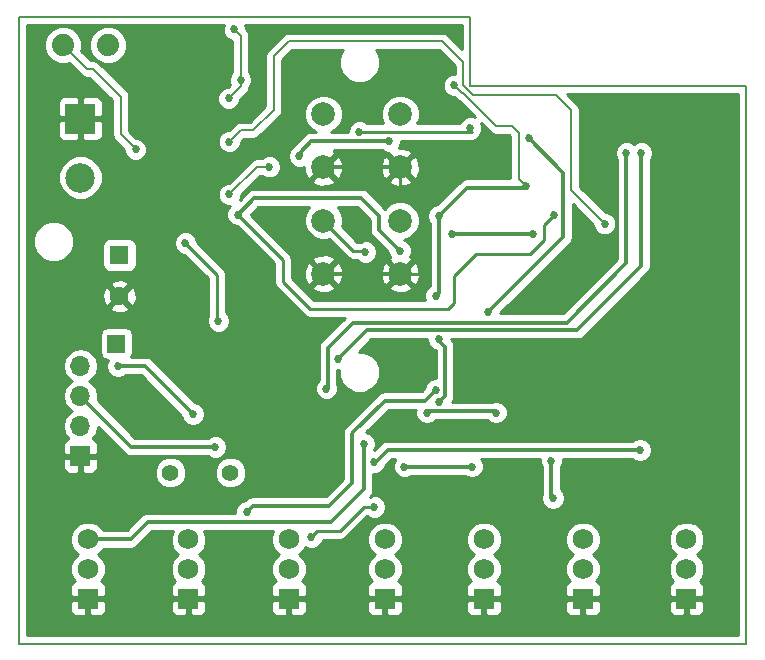
<source format=gbr>
%TF.GenerationSoftware,KiCad,Pcbnew,4.0.7-e2-6376~58~ubuntu16.04.1*%
%TF.CreationDate,2018-03-12T18:00:00+01:00*%
%TF.ProjectId,SLAMP-WiFi,534C414D502D576946692E6B69636164,rev?*%
%TF.FileFunction,Copper,L2,Bot,Signal*%
%FSLAX46Y46*%
G04 Gerber Fmt 4.6, Leading zero omitted, Abs format (unit mm)*
G04 Created by KiCad (PCBNEW 4.0.7-e2-6376~58~ubuntu16.04.1) date Mon Mar 12 18:00:00 2018*
%MOMM*%
%LPD*%
G01*
G04 APERTURE LIST*
%ADD10C,0.127000*%
%ADD11R,1.500000X1.500000*%
%ADD12R,1.600000X1.600000*%
%ADD13C,1.600000*%
%ADD14R,2.500000X2.500000*%
%ADD15C,2.500000*%
%ADD16R,1.700000X1.700000*%
%ADD17O,1.700000X1.700000*%
%ADD18C,1.422400*%
%ADD19R,1.750000X1.750000*%
%ADD20C,1.750000*%
%ADD21C,2.000000*%
%ADD22C,1.879600*%
%ADD23C,0.685800*%
%ADD24C,0.200000*%
%ADD25C,0.300000*%
%ADD26C,0.254000*%
%ADD27C,0.152400*%
G04 APERTURE END LIST*
D10*
X143637000Y-54991000D02*
X143637000Y-56769000D01*
X181864000Y-54991000D02*
X143637000Y-54991000D01*
X181864000Y-56769000D02*
X181864000Y-54991000D01*
X143637000Y-56769000D02*
X143637000Y-60833000D01*
X181864000Y-58166000D02*
X181864000Y-56769000D01*
X181864000Y-60833000D02*
X181864000Y-58166000D01*
X201041000Y-60833000D02*
X181864000Y-60833000D01*
X143637000Y-108077000D02*
X143637000Y-60833000D01*
X205232000Y-108077000D02*
X143637000Y-108077000D01*
X205232000Y-60833000D02*
X205232000Y-108077000D01*
X201041000Y-60833000D02*
X205232000Y-60833000D01*
D11*
X151892000Y-82677000D03*
D12*
X152146000Y-75184000D03*
D13*
X152146000Y-78684000D03*
D14*
X148844000Y-63627000D03*
D15*
X148844000Y-68627000D03*
D16*
X148844000Y-92202000D03*
D17*
X148844000Y-89662000D03*
X148844000Y-87122000D03*
X148844000Y-84582000D03*
D18*
X156464000Y-93599000D03*
X161544000Y-93599000D03*
D19*
X149479000Y-104267000D03*
D20*
X149479000Y-101767000D03*
X149479000Y-99267000D03*
D19*
X157988000Y-104267000D03*
D20*
X157988000Y-101767000D03*
X157988000Y-99267000D03*
D19*
X200152000Y-104267000D03*
D20*
X200152000Y-101767000D03*
X200152000Y-99267000D03*
D19*
X191389000Y-104267000D03*
D20*
X191389000Y-101767000D03*
X191389000Y-99267000D03*
D19*
X183007000Y-104267000D03*
D20*
X183007000Y-101767000D03*
X183007000Y-99267000D03*
D19*
X174625000Y-104267000D03*
D20*
X174625000Y-101767000D03*
X174625000Y-99267000D03*
D19*
X166497000Y-104267000D03*
D20*
X166497000Y-101767000D03*
X166497000Y-99267000D03*
D21*
X169418000Y-67746000D03*
X169418000Y-63246000D03*
X175918000Y-67746000D03*
X175918000Y-63246000D03*
X169418000Y-76763000D03*
X169418000Y-72263000D03*
X175918000Y-76763000D03*
X175918000Y-72263000D03*
D22*
X147370800Y-57404000D03*
X151180800Y-57404000D03*
D23*
X164846000Y-67716400D03*
X161442400Y-70053200D03*
X161848800Y-56083200D03*
X162407600Y-60350400D03*
X161391600Y-61925200D03*
X188722000Y-92583000D03*
X188849000Y-95758000D03*
X188214000Y-84074000D03*
X191008000Y-85725000D03*
X152019000Y-84582000D03*
X158369000Y-88646000D03*
X184023000Y-88519000D03*
X178181000Y-88519000D03*
X167386000Y-66802000D03*
X175006000Y-65532000D03*
X180492400Y-60807600D03*
X178943000Y-78613000D03*
X179197000Y-82296000D03*
X179197000Y-87630000D03*
X176276000Y-93091000D03*
X181991000Y-93091000D03*
X179197000Y-71882000D03*
X186563000Y-69342000D03*
X160274000Y-91440000D03*
X187198000Y-73406000D03*
X180340000Y-73406000D03*
X172847000Y-91186000D03*
X162941000Y-96901000D03*
X178943000Y-86614000D03*
X173736000Y-96520000D03*
X168402000Y-99060000D03*
X188976000Y-71755000D03*
X162179000Y-71755000D03*
X175895000Y-74803000D03*
X196342000Y-66548000D03*
X170688000Y-83947000D03*
X169672000Y-86487000D03*
X195072000Y-66548000D03*
X161442400Y-65582800D03*
X193243200Y-72542400D03*
X173736000Y-92710000D03*
X196215000Y-91694000D03*
X183388000Y-80010000D03*
X186817000Y-65278000D03*
X172974000Y-74930000D03*
X157734000Y-74168000D03*
X160528000Y-80772000D03*
X181864000Y-64389000D03*
X172466000Y-64770000D03*
X153517600Y-66243200D03*
D24*
X163779200Y-67716400D02*
X164846000Y-67716400D01*
X161442400Y-70053200D02*
X163779200Y-67716400D01*
X162407600Y-56642000D02*
X162407600Y-60350400D01*
X161848800Y-56083200D02*
X162407600Y-56642000D01*
X162407600Y-60909200D02*
X162407600Y-60350400D01*
X161391600Y-61925200D02*
X162407600Y-60909200D01*
D25*
X188722000Y-95631000D02*
X188722000Y-92583000D01*
X188849000Y-95758000D02*
X188722000Y-95631000D01*
D26*
X175918000Y-67746000D02*
X175918000Y-69238000D01*
X177745000Y-76763000D02*
X175918000Y-76763000D01*
X177927000Y-76581000D02*
X177745000Y-76763000D01*
X177927000Y-71247000D02*
X177927000Y-76581000D01*
X175918000Y-69238000D02*
X177927000Y-71247000D01*
D25*
X175958500Y-76771500D02*
X169458500Y-76771500D01*
X175918000Y-67746000D02*
X169418000Y-67746000D01*
D27*
X189357000Y-85217000D02*
X188214000Y-84074000D01*
X190500000Y-85217000D02*
X189357000Y-85217000D01*
X191008000Y-85725000D02*
X190500000Y-85217000D01*
D25*
X152146000Y-84582000D02*
X152019000Y-84582000D01*
X154305000Y-84582000D02*
X152146000Y-84582000D01*
X158369000Y-88646000D02*
X154305000Y-84582000D01*
X183896000Y-88392000D02*
X184023000Y-88519000D01*
X178308000Y-88392000D02*
X183896000Y-88392000D01*
X178181000Y-88519000D02*
X178308000Y-88392000D01*
X167513000Y-66675000D02*
X167386000Y-66802000D01*
X167513000Y-66421000D02*
X167513000Y-66675000D01*
X168402000Y-65532000D02*
X167513000Y-66421000D01*
X175006000Y-65532000D02*
X168402000Y-65532000D01*
D24*
X181152800Y-61468000D02*
X181254400Y-61468000D01*
X180492400Y-60807600D02*
X181152800Y-61468000D01*
X185420000Y-64262000D02*
X185978800Y-64820800D01*
X184048400Y-64262000D02*
X185420000Y-64262000D01*
X181254400Y-61468000D02*
X184048400Y-64262000D01*
X185978800Y-64820800D02*
X185978800Y-68757800D01*
X185978800Y-68757800D02*
X186563000Y-69342000D01*
D25*
X179197000Y-78359000D02*
X179197000Y-71882000D01*
X178943000Y-78613000D02*
X179197000Y-78359000D01*
X179197000Y-82423000D02*
X179197000Y-82296000D01*
X179705000Y-82931000D02*
X179197000Y-82423000D01*
X179705000Y-87122000D02*
X179705000Y-82931000D01*
X179197000Y-87630000D02*
X179705000Y-87122000D01*
X181991000Y-93091000D02*
X176276000Y-93091000D01*
X181610000Y-69469000D02*
X179197000Y-71882000D01*
X186436000Y-69469000D02*
X181610000Y-69469000D01*
X186563000Y-69342000D02*
X186436000Y-69469000D01*
X150749000Y-89027000D02*
X148844000Y-87122000D01*
X150749000Y-89027000D02*
X150749000Y-89027000D01*
X153162000Y-91440000D02*
X150749000Y-89027000D01*
X160274000Y-91440000D02*
X153162000Y-91440000D01*
X148844000Y-84582000D02*
X149479000Y-84582000D01*
X149479000Y-99267000D02*
X153082000Y-99267000D01*
X180340000Y-73406000D02*
X187198000Y-73406000D01*
X172847000Y-94996000D02*
X172847000Y-91186000D01*
X170053000Y-97790000D02*
X172847000Y-94996000D01*
X154559000Y-97790000D02*
X170053000Y-97790000D01*
X153082000Y-99267000D02*
X154559000Y-97790000D01*
X171958000Y-90170000D02*
X174625000Y-87503000D01*
X162941000Y-96901000D02*
X163449000Y-96393000D01*
X163449000Y-96393000D02*
X169926000Y-96393000D01*
X169926000Y-96393000D02*
X171831000Y-94488000D01*
X171831000Y-94488000D02*
X171831000Y-90297000D01*
X171831000Y-90297000D02*
X171958000Y-90170000D01*
X178054000Y-87503000D02*
X178943000Y-86614000D01*
X174625000Y-87503000D02*
X178054000Y-87503000D01*
D26*
X172847000Y-96520000D02*
X173736000Y-96520000D01*
X170815000Y-98552000D02*
X172847000Y-96520000D01*
X168910000Y-98552000D02*
X170815000Y-98552000D01*
X168402000Y-99060000D02*
X168910000Y-98552000D01*
X165989000Y-75565000D02*
X162179000Y-71755000D01*
X165989000Y-77470000D02*
X165989000Y-75565000D01*
X168275000Y-79756000D02*
X165989000Y-77470000D01*
X179959000Y-79756000D02*
X168275000Y-79756000D01*
X180467000Y-79248000D02*
X179959000Y-79756000D01*
X180467000Y-76962000D02*
X180467000Y-79248000D01*
X182372000Y-75057000D02*
X180467000Y-76962000D01*
X186944000Y-75057000D02*
X182372000Y-75057000D01*
X188087000Y-73914000D02*
X186944000Y-75057000D01*
X188087000Y-72644000D02*
X188087000Y-73914000D01*
X188976000Y-71755000D02*
X188087000Y-72644000D01*
D25*
X162179000Y-71755000D02*
X163576000Y-70358000D01*
X163576000Y-70358000D02*
X172593000Y-70358000D01*
X172593000Y-70358000D02*
X174117000Y-71882000D01*
X174117000Y-71882000D02*
X174117000Y-73025000D01*
X174117000Y-73025000D02*
X175895000Y-74803000D01*
X196342000Y-76073000D02*
X196342000Y-66548000D01*
X190881000Y-81534000D02*
X196342000Y-76073000D01*
X173101000Y-81534000D02*
X190881000Y-81534000D01*
X170688000Y-83947000D02*
X173101000Y-81534000D01*
X169799000Y-86487000D02*
X169672000Y-86487000D01*
X169799000Y-83058000D02*
X169799000Y-86487000D01*
X170561000Y-82296000D02*
X169799000Y-83058000D01*
X171958000Y-80899000D02*
X170561000Y-82296000D01*
X189995000Y-80899000D02*
X171958000Y-80899000D01*
X195072000Y-75822000D02*
X189995000Y-80899000D01*
X195072000Y-66548000D02*
X195072000Y-75822000D01*
D24*
X189103000Y-61645800D02*
X182092600Y-61645800D01*
X162407600Y-64617600D02*
X161442400Y-65582800D01*
X163474400Y-64617600D02*
X162407600Y-64617600D01*
X165201600Y-62890400D02*
X163474400Y-64617600D01*
X165201600Y-58369200D02*
X165201600Y-62890400D01*
X166471600Y-57099200D02*
X165201600Y-58369200D01*
X179476400Y-57099200D02*
X166471600Y-57099200D01*
X181254400Y-58877200D02*
X179476400Y-57099200D01*
X181254400Y-60807600D02*
X181254400Y-58877200D01*
X182092600Y-61645800D02*
X181254400Y-60807600D01*
X190398400Y-62941200D02*
X189103000Y-61645800D01*
X189103000Y-61645800D02*
X189077600Y-61620400D01*
X190398400Y-69697600D02*
X190398400Y-62941200D01*
X193243200Y-72542400D02*
X190398400Y-69697600D01*
D25*
X173736000Y-92710000D02*
X173863000Y-92710000D01*
X173863000Y-92710000D02*
X174879000Y-91694000D01*
X174879000Y-91694000D02*
X196215000Y-91694000D01*
X189738000Y-73660000D02*
X183388000Y-80010000D01*
X189738000Y-68199000D02*
X189738000Y-73660000D01*
X186817000Y-65278000D02*
X189738000Y-68199000D01*
D26*
X171958000Y-74803000D02*
X169418000Y-72263000D01*
X172847000Y-74803000D02*
X171958000Y-74803000D01*
X172974000Y-74930000D02*
X172847000Y-74803000D01*
X160401000Y-76835000D02*
X157734000Y-74168000D01*
X160401000Y-80645000D02*
X160401000Y-76835000D01*
X160528000Y-80772000D02*
X160401000Y-80645000D01*
X181864000Y-64643000D02*
X181864000Y-64389000D01*
X181991000Y-64770000D02*
X181864000Y-64643000D01*
X172466000Y-64770000D02*
X181991000Y-64770000D01*
D24*
X149402800Y-59436000D02*
X147370800Y-57404000D01*
X149910800Y-59436000D02*
X149402800Y-59436000D01*
X152247600Y-61772800D02*
X149910800Y-59436000D01*
X152247600Y-64973200D02*
X152247600Y-61772800D01*
X153517600Y-66243200D02*
X152247600Y-64973200D01*
D26*
G36*
X160871070Y-55887830D02*
X160870731Y-56276863D01*
X161019293Y-56636412D01*
X161294141Y-56911740D01*
X161653430Y-57060930D01*
X161672600Y-57060947D01*
X161672600Y-59702364D01*
X161579060Y-59795741D01*
X161429870Y-60155030D01*
X161429531Y-60544063D01*
X161518345Y-60759009D01*
X161330108Y-60947246D01*
X161197937Y-60947131D01*
X160838388Y-61095693D01*
X160563060Y-61370541D01*
X160413870Y-61729830D01*
X160413531Y-62118863D01*
X160562093Y-62478412D01*
X160836941Y-62753740D01*
X161196230Y-62902930D01*
X161585263Y-62903269D01*
X161944812Y-62754707D01*
X162220140Y-62479859D01*
X162369330Y-62120570D01*
X162369447Y-61986799D01*
X162927323Y-61428923D01*
X163086651Y-61190472D01*
X163087396Y-61186728D01*
X163120452Y-61020546D01*
X163236140Y-60905059D01*
X163385330Y-60545770D01*
X163385669Y-60156737D01*
X163237107Y-59797188D01*
X163142600Y-59702516D01*
X163142600Y-56642000D01*
X163086651Y-56360728D01*
X163031755Y-56278570D01*
X162927324Y-56122277D01*
X162826754Y-56021707D01*
X162826869Y-55889537D01*
X162744216Y-55689500D01*
X181165500Y-55689500D01*
X181165500Y-57748853D01*
X179996123Y-56579477D01*
X179757672Y-56420149D01*
X179476400Y-56364200D01*
X166471600Y-56364200D01*
X166190328Y-56420149D01*
X165951876Y-56579477D01*
X164681877Y-57849477D01*
X164522549Y-58087928D01*
X164466600Y-58369200D01*
X164466600Y-62585953D01*
X163169954Y-63882600D01*
X162407600Y-63882600D01*
X162126328Y-63938549D01*
X161887877Y-64097876D01*
X161380907Y-64604846D01*
X161248737Y-64604731D01*
X160889188Y-64753293D01*
X160613860Y-65028141D01*
X160464670Y-65387430D01*
X160464331Y-65776463D01*
X160612893Y-66136012D01*
X160887741Y-66411340D01*
X161247030Y-66560530D01*
X161636063Y-66560869D01*
X161995612Y-66412307D01*
X162270940Y-66137459D01*
X162420130Y-65778170D01*
X162420247Y-65644400D01*
X162712047Y-65352600D01*
X163474400Y-65352600D01*
X163755672Y-65296651D01*
X163994123Y-65137323D01*
X165721324Y-63410123D01*
X165880651Y-63171672D01*
X165936600Y-62890400D01*
X165936600Y-58673646D01*
X166776047Y-57834200D01*
X171055017Y-57834200D01*
X170995996Y-57893118D01*
X170731301Y-58530573D01*
X170730699Y-59220799D01*
X170994281Y-59858715D01*
X171481918Y-60347204D01*
X172119373Y-60611899D01*
X172809599Y-60612501D01*
X173447515Y-60348919D01*
X173936004Y-59861282D01*
X174200699Y-59223827D01*
X174201301Y-58533601D01*
X173937719Y-57895685D01*
X173876341Y-57834200D01*
X179171954Y-57834200D01*
X180519400Y-59181647D01*
X180519400Y-59829723D01*
X180298737Y-59829531D01*
X179939188Y-59978093D01*
X179663860Y-60252941D01*
X179514670Y-60612230D01*
X179514331Y-61001263D01*
X179662893Y-61360812D01*
X179937741Y-61636140D01*
X180297030Y-61785330D01*
X180430800Y-61785447D01*
X180633077Y-61987724D01*
X180871528Y-62147051D01*
X180899586Y-62152632D01*
X182228419Y-63481465D01*
X182059370Y-63411270D01*
X181670337Y-63410931D01*
X181310788Y-63559493D01*
X181035460Y-63834341D01*
X180963350Y-64008000D01*
X177371943Y-64008000D01*
X177552716Y-63572648D01*
X177553284Y-62922205D01*
X177304894Y-62321057D01*
X176845363Y-61860722D01*
X176244648Y-61611284D01*
X175594205Y-61610716D01*
X174993057Y-61859106D01*
X174532722Y-62318637D01*
X174283284Y-62919352D01*
X174282716Y-63569795D01*
X174463779Y-64008000D01*
X173087083Y-64008000D01*
X173020659Y-63941460D01*
X172661370Y-63792270D01*
X172272337Y-63791931D01*
X171912788Y-63940493D01*
X171637460Y-64215341D01*
X171488270Y-64574630D01*
X171488120Y-64747000D01*
X170066786Y-64747000D01*
X170342943Y-64632894D01*
X170803278Y-64173363D01*
X171052716Y-63572648D01*
X171053284Y-62922205D01*
X170804894Y-62321057D01*
X170345363Y-61860722D01*
X169744648Y-61611284D01*
X169094205Y-61610716D01*
X168493057Y-61859106D01*
X168032722Y-62318637D01*
X167783284Y-62919352D01*
X167782716Y-63569795D01*
X168031106Y-64170943D01*
X168490637Y-64631278D01*
X168769327Y-64747000D01*
X168402000Y-64747000D01*
X168101594Y-64806755D01*
X167846921Y-64976921D01*
X166957921Y-65865921D01*
X166907277Y-65941715D01*
X166832788Y-65972493D01*
X166557460Y-66247341D01*
X166408270Y-66606630D01*
X166407931Y-66995663D01*
X166556493Y-67355212D01*
X166831341Y-67630540D01*
X167190630Y-67779730D01*
X167579663Y-67780069D01*
X167780077Y-67697260D01*
X167796144Y-68131460D01*
X167998613Y-68620264D01*
X168265468Y-68718927D01*
X169238395Y-67746000D01*
X169597605Y-67746000D01*
X170570532Y-68718927D01*
X170837387Y-68620264D01*
X171063908Y-68010539D01*
X171044331Y-67481461D01*
X174272092Y-67481461D01*
X174296144Y-68131460D01*
X174498613Y-68620264D01*
X174765468Y-68718927D01*
X175738395Y-67746000D01*
X176097605Y-67746000D01*
X177070532Y-68718927D01*
X177337387Y-68620264D01*
X177563908Y-68010539D01*
X177539856Y-67360540D01*
X177337387Y-66871736D01*
X177070532Y-66773073D01*
X176097605Y-67746000D01*
X175738395Y-67746000D01*
X174765468Y-66773073D01*
X174498613Y-66871736D01*
X174272092Y-67481461D01*
X171044331Y-67481461D01*
X171039856Y-67360540D01*
X170837387Y-66871736D01*
X170570532Y-66773073D01*
X169597605Y-67746000D01*
X169238395Y-67746000D01*
X169224253Y-67731858D01*
X169403858Y-67552253D01*
X169418000Y-67566395D01*
X170390927Y-66593468D01*
X170292264Y-66326613D01*
X170266389Y-66317000D01*
X174407877Y-66317000D01*
X174451341Y-66360540D01*
X174810630Y-66509730D01*
X174975980Y-66509874D01*
X174945073Y-66593468D01*
X175918000Y-67566395D01*
X176890927Y-66593468D01*
X176792264Y-66326613D01*
X176182539Y-66100092D01*
X175807169Y-66113982D01*
X175834540Y-66086659D01*
X175983730Y-65727370D01*
X175983900Y-65532000D01*
X181991000Y-65532000D01*
X182282605Y-65473996D01*
X182529815Y-65308815D01*
X182694996Y-65061605D01*
X182742288Y-64823853D01*
X182841730Y-64584370D01*
X182842069Y-64195337D01*
X182771500Y-64024547D01*
X183528677Y-64781724D01*
X183757479Y-64934604D01*
X183767128Y-64941051D01*
X184048400Y-64997000D01*
X185115554Y-64997000D01*
X185243800Y-65125247D01*
X185243800Y-68684000D01*
X181610000Y-68684000D01*
X181309593Y-68743755D01*
X181054921Y-68913921D01*
X179064857Y-70903985D01*
X179003337Y-70903931D01*
X178643788Y-71052493D01*
X178368460Y-71327341D01*
X178219270Y-71686630D01*
X178218931Y-72075663D01*
X178367493Y-72435212D01*
X178412000Y-72479797D01*
X178412000Y-77774315D01*
X178389788Y-77783493D01*
X178114460Y-78058341D01*
X177965270Y-78417630D01*
X177964931Y-78806663D01*
X178042337Y-78994000D01*
X168590631Y-78994000D01*
X167512163Y-77915532D01*
X168445073Y-77915532D01*
X168543736Y-78182387D01*
X169153461Y-78408908D01*
X169803460Y-78384856D01*
X170292264Y-78182387D01*
X170390927Y-77915532D01*
X174945073Y-77915532D01*
X175043736Y-78182387D01*
X175653461Y-78408908D01*
X176303460Y-78384856D01*
X176792264Y-78182387D01*
X176890927Y-77915532D01*
X175918000Y-76942605D01*
X174945073Y-77915532D01*
X170390927Y-77915532D01*
X169418000Y-76942605D01*
X168445073Y-77915532D01*
X167512163Y-77915532D01*
X166751000Y-77154370D01*
X166751000Y-76498461D01*
X167772092Y-76498461D01*
X167796144Y-77148460D01*
X167998613Y-77637264D01*
X168265468Y-77735927D01*
X169238395Y-76763000D01*
X169597605Y-76763000D01*
X170570532Y-77735927D01*
X170837387Y-77637264D01*
X171063908Y-77027539D01*
X171044331Y-76498461D01*
X174272092Y-76498461D01*
X174296144Y-77148460D01*
X174498613Y-77637264D01*
X174765468Y-77735927D01*
X175738395Y-76763000D01*
X176097605Y-76763000D01*
X177070532Y-77735927D01*
X177337387Y-77637264D01*
X177563908Y-77027539D01*
X177539856Y-76377540D01*
X177337387Y-75888736D01*
X177070532Y-75790073D01*
X176097605Y-76763000D01*
X175738395Y-76763000D01*
X174765468Y-75790073D01*
X174498613Y-75888736D01*
X174272092Y-76498461D01*
X171044331Y-76498461D01*
X171039856Y-76377540D01*
X170837387Y-75888736D01*
X170570532Y-75790073D01*
X169597605Y-76763000D01*
X169238395Y-76763000D01*
X168265468Y-75790073D01*
X167998613Y-75888736D01*
X167772092Y-76498461D01*
X166751000Y-76498461D01*
X166751000Y-75610468D01*
X168445073Y-75610468D01*
X169418000Y-76583395D01*
X170390927Y-75610468D01*
X170292264Y-75343613D01*
X169682539Y-75117092D01*
X169032540Y-75141144D01*
X168543736Y-75343613D01*
X168445073Y-75610468D01*
X166751000Y-75610468D01*
X166751000Y-75565000D01*
X166692996Y-75273395D01*
X166607693Y-75145730D01*
X166527816Y-75026185D01*
X163272894Y-71771264D01*
X163901158Y-71143000D01*
X168225696Y-71143000D01*
X168032722Y-71335637D01*
X167783284Y-71936352D01*
X167782716Y-72586795D01*
X168031106Y-73187943D01*
X168490637Y-73648278D01*
X169091352Y-73897716D01*
X169741795Y-73898284D01*
X169907277Y-73829908D01*
X171419184Y-75341815D01*
X171609253Y-75468815D01*
X171666395Y-75506996D01*
X171958000Y-75565000D01*
X172226138Y-75565000D01*
X172419341Y-75758540D01*
X172778630Y-75907730D01*
X173167663Y-75908069D01*
X173527212Y-75759507D01*
X173802540Y-75484659D01*
X173951730Y-75125370D01*
X173952069Y-74736337D01*
X173803507Y-74376788D01*
X173528659Y-74101460D01*
X173169370Y-73952270D01*
X172780337Y-73951931D01*
X172564773Y-74041000D01*
X172273631Y-74041000D01*
X170985105Y-72752474D01*
X171052716Y-72589648D01*
X171053284Y-71939205D01*
X170804894Y-71338057D01*
X170610178Y-71143000D01*
X172267842Y-71143000D01*
X173332000Y-72207157D01*
X173332000Y-73025000D01*
X173391755Y-73325407D01*
X173561921Y-73580079D01*
X174916985Y-74935143D01*
X174916931Y-74996663D01*
X175057868Y-75337759D01*
X175043736Y-75343613D01*
X174945073Y-75610468D01*
X175918000Y-76583395D01*
X176890927Y-75610468D01*
X176792264Y-75343613D01*
X176737778Y-75323371D01*
X176872730Y-74998370D01*
X176873069Y-74609337D01*
X176724507Y-74249788D01*
X176449659Y-73974460D01*
X176254031Y-73893228D01*
X176842943Y-73649894D01*
X177303278Y-73190363D01*
X177552716Y-72589648D01*
X177553284Y-71939205D01*
X177304894Y-71338057D01*
X176845363Y-70877722D01*
X176244648Y-70628284D01*
X175594205Y-70627716D01*
X174993057Y-70876106D01*
X174606823Y-71261666D01*
X173148079Y-69802921D01*
X172893407Y-69632755D01*
X172593000Y-69573000D01*
X163576000Y-69573000D01*
X163275593Y-69632755D01*
X163020921Y-69802921D01*
X162309965Y-70513877D01*
X162420130Y-70248570D01*
X162420247Y-70114800D01*
X163636515Y-68898532D01*
X168445073Y-68898532D01*
X168543736Y-69165387D01*
X169153461Y-69391908D01*
X169803460Y-69367856D01*
X170292264Y-69165387D01*
X170390927Y-68898532D01*
X174945073Y-68898532D01*
X175043736Y-69165387D01*
X175653461Y-69391908D01*
X176303460Y-69367856D01*
X176792264Y-69165387D01*
X176890927Y-68898532D01*
X175918000Y-67925605D01*
X174945073Y-68898532D01*
X170390927Y-68898532D01*
X169418000Y-67925605D01*
X168445073Y-68898532D01*
X163636515Y-68898532D01*
X164083647Y-68451400D01*
X164197964Y-68451400D01*
X164291341Y-68544940D01*
X164650630Y-68694130D01*
X165039663Y-68694469D01*
X165399212Y-68545907D01*
X165674540Y-68271059D01*
X165823730Y-67911770D01*
X165824069Y-67522737D01*
X165675507Y-67163188D01*
X165400659Y-66887860D01*
X165041370Y-66738670D01*
X164652337Y-66738331D01*
X164292788Y-66886893D01*
X164198116Y-66981400D01*
X163779200Y-66981400D01*
X163497928Y-67037349D01*
X163259476Y-67196677D01*
X161380908Y-69075246D01*
X161248737Y-69075131D01*
X160889188Y-69223693D01*
X160613860Y-69498541D01*
X160464670Y-69857830D01*
X160464331Y-70246863D01*
X160612893Y-70606412D01*
X160887741Y-70881740D01*
X161247030Y-71030930D01*
X161519929Y-71031168D01*
X161350460Y-71200341D01*
X161201270Y-71559630D01*
X161200931Y-71948663D01*
X161349493Y-72308212D01*
X161624341Y-72583540D01*
X161983630Y-72732730D01*
X162079183Y-72732813D01*
X165227000Y-75880631D01*
X165227000Y-77470000D01*
X165285004Y-77761605D01*
X165313279Y-77803921D01*
X165450185Y-78008815D01*
X167736184Y-80294815D01*
X167823857Y-80353396D01*
X167983395Y-80459996D01*
X168275000Y-80518000D01*
X171228842Y-80518000D01*
X169243921Y-82502921D01*
X169073755Y-82757593D01*
X169039262Y-82931000D01*
X169014000Y-83058000D01*
X169014000Y-85762098D01*
X168843460Y-85932341D01*
X168694270Y-86291630D01*
X168693931Y-86680663D01*
X168842493Y-87040212D01*
X169117341Y-87315540D01*
X169476630Y-87464730D01*
X169865663Y-87465069D01*
X170225212Y-87316507D01*
X170500540Y-87041659D01*
X170649730Y-86682370D01*
X170650069Y-86293337D01*
X170584000Y-86133437D01*
X170584000Y-84924810D01*
X170731143Y-84924938D01*
X170730699Y-85433599D01*
X170994281Y-86071515D01*
X171481918Y-86560004D01*
X172119373Y-86824699D01*
X172809599Y-86825301D01*
X173447515Y-86561719D01*
X173936004Y-86074082D01*
X174200699Y-85436627D01*
X174201301Y-84746401D01*
X173937719Y-84108485D01*
X173450082Y-83619996D01*
X172812627Y-83355301D01*
X172390225Y-83354933D01*
X173426158Y-82319000D01*
X178219080Y-82319000D01*
X178218931Y-82489663D01*
X178367493Y-82849212D01*
X178642341Y-83124540D01*
X178892086Y-83228243D01*
X178920000Y-83256157D01*
X178920000Y-85636080D01*
X178749337Y-85635931D01*
X178389788Y-85784493D01*
X178114460Y-86059341D01*
X177965270Y-86418630D01*
X177965215Y-86481627D01*
X177728842Y-86718000D01*
X174625005Y-86718000D01*
X174625000Y-86717999D01*
X174324594Y-86777755D01*
X174069921Y-86947921D01*
X171275921Y-89741921D01*
X171105755Y-89996593D01*
X171105755Y-89996594D01*
X171046000Y-90297000D01*
X171046000Y-94162842D01*
X169600842Y-95608000D01*
X163449000Y-95608000D01*
X163148594Y-95667755D01*
X162893921Y-95837921D01*
X162893919Y-95837924D01*
X162808858Y-95922985D01*
X162747337Y-95922931D01*
X162387788Y-96071493D01*
X162112460Y-96346341D01*
X161963270Y-96705630D01*
X161963009Y-97005000D01*
X154559000Y-97005000D01*
X154258594Y-97064755D01*
X154211279Y-97096370D01*
X154003921Y-97234921D01*
X152756842Y-98482000D01*
X150788467Y-98482000D01*
X150759862Y-98412771D01*
X150335463Y-97987630D01*
X149780675Y-97757262D01*
X149179960Y-97756738D01*
X148624771Y-97986138D01*
X148199630Y-98410537D01*
X147969262Y-98965325D01*
X147968738Y-99566040D01*
X148198138Y-100121229D01*
X148593536Y-100517318D01*
X148199630Y-100910537D01*
X147969262Y-101465325D01*
X147968738Y-102066040D01*
X148198138Y-102621229D01*
X148375802Y-102799203D01*
X148244301Y-102853673D01*
X148065673Y-103032302D01*
X147969000Y-103265691D01*
X147969000Y-103981250D01*
X148127750Y-104140000D01*
X149352000Y-104140000D01*
X149352000Y-104120000D01*
X149606000Y-104120000D01*
X149606000Y-104140000D01*
X150830250Y-104140000D01*
X150989000Y-103981250D01*
X150989000Y-103265691D01*
X150892327Y-103032302D01*
X150713699Y-102853673D01*
X150582286Y-102799240D01*
X150758370Y-102623463D01*
X150988738Y-102068675D01*
X150989262Y-101467960D01*
X150759862Y-100912771D01*
X150364464Y-100516682D01*
X150758370Y-100123463D01*
X150788044Y-100052000D01*
X153082000Y-100052000D01*
X153382407Y-99992245D01*
X153637079Y-99822079D01*
X154884158Y-98575000D01*
X156640339Y-98575000D01*
X156478262Y-98965325D01*
X156477738Y-99566040D01*
X156707138Y-100121229D01*
X157102536Y-100517318D01*
X156708630Y-100910537D01*
X156478262Y-101465325D01*
X156477738Y-102066040D01*
X156707138Y-102621229D01*
X156884802Y-102799203D01*
X156753301Y-102853673D01*
X156574673Y-103032302D01*
X156478000Y-103265691D01*
X156478000Y-103981250D01*
X156636750Y-104140000D01*
X157861000Y-104140000D01*
X157861000Y-104120000D01*
X158115000Y-104120000D01*
X158115000Y-104140000D01*
X159339250Y-104140000D01*
X159498000Y-103981250D01*
X159498000Y-103265691D01*
X159401327Y-103032302D01*
X159222699Y-102853673D01*
X159091286Y-102799240D01*
X159267370Y-102623463D01*
X159497738Y-102068675D01*
X159498262Y-101467960D01*
X159268862Y-100912771D01*
X158873464Y-100516682D01*
X159267370Y-100123463D01*
X159497738Y-99568675D01*
X159498262Y-98967960D01*
X159335894Y-98575000D01*
X165149339Y-98575000D01*
X164987262Y-98965325D01*
X164986738Y-99566040D01*
X165216138Y-100121229D01*
X165611536Y-100517318D01*
X165217630Y-100910537D01*
X164987262Y-101465325D01*
X164986738Y-102066040D01*
X165216138Y-102621229D01*
X165393802Y-102799203D01*
X165262301Y-102853673D01*
X165083673Y-103032302D01*
X164987000Y-103265691D01*
X164987000Y-103981250D01*
X165145750Y-104140000D01*
X166370000Y-104140000D01*
X166370000Y-104120000D01*
X166624000Y-104120000D01*
X166624000Y-104140000D01*
X167848250Y-104140000D01*
X168007000Y-103981250D01*
X168007000Y-103265691D01*
X167910327Y-103032302D01*
X167731699Y-102853673D01*
X167600286Y-102799240D01*
X167776370Y-102623463D01*
X168006738Y-102068675D01*
X168007262Y-101467960D01*
X167777862Y-100912771D01*
X167382464Y-100516682D01*
X167776370Y-100123463D01*
X167870010Y-99897953D01*
X168206630Y-100037730D01*
X168595663Y-100038069D01*
X168955212Y-99889507D01*
X169230540Y-99614659D01*
X169250728Y-99566040D01*
X173114738Y-99566040D01*
X173344138Y-100121229D01*
X173739536Y-100517318D01*
X173345630Y-100910537D01*
X173115262Y-101465325D01*
X173114738Y-102066040D01*
X173344138Y-102621229D01*
X173521802Y-102799203D01*
X173390301Y-102853673D01*
X173211673Y-103032302D01*
X173115000Y-103265691D01*
X173115000Y-103981250D01*
X173273750Y-104140000D01*
X174498000Y-104140000D01*
X174498000Y-104120000D01*
X174752000Y-104120000D01*
X174752000Y-104140000D01*
X175976250Y-104140000D01*
X176135000Y-103981250D01*
X176135000Y-103265691D01*
X176038327Y-103032302D01*
X175859699Y-102853673D01*
X175728286Y-102799240D01*
X175904370Y-102623463D01*
X176134738Y-102068675D01*
X176135262Y-101467960D01*
X175905862Y-100912771D01*
X175510464Y-100516682D01*
X175904370Y-100123463D01*
X176134738Y-99568675D01*
X176134740Y-99566040D01*
X181496738Y-99566040D01*
X181726138Y-100121229D01*
X182121536Y-100517318D01*
X181727630Y-100910537D01*
X181497262Y-101465325D01*
X181496738Y-102066040D01*
X181726138Y-102621229D01*
X181903802Y-102799203D01*
X181772301Y-102853673D01*
X181593673Y-103032302D01*
X181497000Y-103265691D01*
X181497000Y-103981250D01*
X181655750Y-104140000D01*
X182880000Y-104140000D01*
X182880000Y-104120000D01*
X183134000Y-104120000D01*
X183134000Y-104140000D01*
X184358250Y-104140000D01*
X184517000Y-103981250D01*
X184517000Y-103265691D01*
X184420327Y-103032302D01*
X184241699Y-102853673D01*
X184110286Y-102799240D01*
X184286370Y-102623463D01*
X184516738Y-102068675D01*
X184517262Y-101467960D01*
X184287862Y-100912771D01*
X183892464Y-100516682D01*
X184286370Y-100123463D01*
X184516738Y-99568675D01*
X184516740Y-99566040D01*
X189878738Y-99566040D01*
X190108138Y-100121229D01*
X190503536Y-100517318D01*
X190109630Y-100910537D01*
X189879262Y-101465325D01*
X189878738Y-102066040D01*
X190108138Y-102621229D01*
X190285802Y-102799203D01*
X190154301Y-102853673D01*
X189975673Y-103032302D01*
X189879000Y-103265691D01*
X189879000Y-103981250D01*
X190037750Y-104140000D01*
X191262000Y-104140000D01*
X191262000Y-104120000D01*
X191516000Y-104120000D01*
X191516000Y-104140000D01*
X192740250Y-104140000D01*
X192899000Y-103981250D01*
X192899000Y-103265691D01*
X192802327Y-103032302D01*
X192623699Y-102853673D01*
X192492286Y-102799240D01*
X192668370Y-102623463D01*
X192898738Y-102068675D01*
X192899262Y-101467960D01*
X192669862Y-100912771D01*
X192274464Y-100516682D01*
X192668370Y-100123463D01*
X192898738Y-99568675D01*
X192898740Y-99566040D01*
X198641738Y-99566040D01*
X198871138Y-100121229D01*
X199266536Y-100517318D01*
X198872630Y-100910537D01*
X198642262Y-101465325D01*
X198641738Y-102066040D01*
X198871138Y-102621229D01*
X199048802Y-102799203D01*
X198917301Y-102853673D01*
X198738673Y-103032302D01*
X198642000Y-103265691D01*
X198642000Y-103981250D01*
X198800750Y-104140000D01*
X200025000Y-104140000D01*
X200025000Y-104120000D01*
X200279000Y-104120000D01*
X200279000Y-104140000D01*
X201503250Y-104140000D01*
X201662000Y-103981250D01*
X201662000Y-103265691D01*
X201565327Y-103032302D01*
X201386699Y-102853673D01*
X201255286Y-102799240D01*
X201431370Y-102623463D01*
X201661738Y-102068675D01*
X201662262Y-101467960D01*
X201432862Y-100912771D01*
X201037464Y-100516682D01*
X201431370Y-100123463D01*
X201661738Y-99568675D01*
X201662262Y-98967960D01*
X201432862Y-98412771D01*
X201008463Y-97987630D01*
X200453675Y-97757262D01*
X199852960Y-97756738D01*
X199297771Y-97986138D01*
X198872630Y-98410537D01*
X198642262Y-98965325D01*
X198641738Y-99566040D01*
X192898740Y-99566040D01*
X192899262Y-98967960D01*
X192669862Y-98412771D01*
X192245463Y-97987630D01*
X191690675Y-97757262D01*
X191089960Y-97756738D01*
X190534771Y-97986138D01*
X190109630Y-98410537D01*
X189879262Y-98965325D01*
X189878738Y-99566040D01*
X184516740Y-99566040D01*
X184517262Y-98967960D01*
X184287862Y-98412771D01*
X183863463Y-97987630D01*
X183308675Y-97757262D01*
X182707960Y-97756738D01*
X182152771Y-97986138D01*
X181727630Y-98410537D01*
X181497262Y-98965325D01*
X181496738Y-99566040D01*
X176134740Y-99566040D01*
X176135262Y-98967960D01*
X175905862Y-98412771D01*
X175481463Y-97987630D01*
X174926675Y-97757262D01*
X174325960Y-97756738D01*
X173770771Y-97986138D01*
X173345630Y-98410537D01*
X173115262Y-98965325D01*
X173114738Y-99566040D01*
X169250728Y-99566040D01*
X169355385Y-99314000D01*
X170815000Y-99314000D01*
X171106605Y-99255996D01*
X171353815Y-99090815D01*
X173138753Y-97305877D01*
X173181341Y-97348540D01*
X173540630Y-97497730D01*
X173929663Y-97498069D01*
X174289212Y-97349507D01*
X174564540Y-97074659D01*
X174713730Y-96715370D01*
X174714069Y-96326337D01*
X174565507Y-95966788D01*
X174290659Y-95691460D01*
X173931370Y-95542270D01*
X173542337Y-95541931D01*
X173318909Y-95634249D01*
X173402079Y-95551079D01*
X173572245Y-95296406D01*
X173632000Y-94996000D01*
X173632000Y-93687810D01*
X173929663Y-93688069D01*
X174289212Y-93539507D01*
X174564540Y-93264659D01*
X174668243Y-93014915D01*
X175204158Y-92479000D01*
X175504901Y-92479000D01*
X175447460Y-92536341D01*
X175298270Y-92895630D01*
X175297931Y-93284663D01*
X175446493Y-93644212D01*
X175721341Y-93919540D01*
X176080630Y-94068730D01*
X176469663Y-94069069D01*
X176829212Y-93920507D01*
X176873797Y-93876000D01*
X181392877Y-93876000D01*
X181436341Y-93919540D01*
X181795630Y-94068730D01*
X182184663Y-94069069D01*
X182544212Y-93920507D01*
X182819540Y-93645659D01*
X182968730Y-93286370D01*
X182969069Y-92897337D01*
X182820507Y-92537788D01*
X182761821Y-92479000D01*
X187744190Y-92479000D01*
X187743931Y-92776663D01*
X187892493Y-93136212D01*
X187937000Y-93180797D01*
X187937000Y-95404335D01*
X187871270Y-95562630D01*
X187870931Y-95951663D01*
X188019493Y-96311212D01*
X188294341Y-96586540D01*
X188653630Y-96735730D01*
X189042663Y-96736069D01*
X189402212Y-96587507D01*
X189677540Y-96312659D01*
X189826730Y-95953370D01*
X189827069Y-95564337D01*
X189678507Y-95204788D01*
X189507000Y-95032981D01*
X189507000Y-93181123D01*
X189550540Y-93137659D01*
X189699730Y-92778370D01*
X189699991Y-92479000D01*
X195616877Y-92479000D01*
X195660341Y-92522540D01*
X196019630Y-92671730D01*
X196408663Y-92672069D01*
X196768212Y-92523507D01*
X197043540Y-92248659D01*
X197192730Y-91889370D01*
X197193069Y-91500337D01*
X197044507Y-91140788D01*
X196769659Y-90865460D01*
X196410370Y-90716270D01*
X196021337Y-90715931D01*
X195661788Y-90864493D01*
X195617203Y-90909000D01*
X174879000Y-90909000D01*
X174578593Y-90968755D01*
X174323921Y-91138921D01*
X173730747Y-91732095D01*
X173679115Y-91732050D01*
X173824730Y-91381370D01*
X173825069Y-90992337D01*
X173676507Y-90632788D01*
X173401659Y-90357460D01*
X173042370Y-90208270D01*
X173029899Y-90208259D01*
X174950158Y-88288000D01*
X177218065Y-88288000D01*
X177203270Y-88323630D01*
X177202931Y-88712663D01*
X177351493Y-89072212D01*
X177626341Y-89347540D01*
X177985630Y-89496730D01*
X178374663Y-89497069D01*
X178734212Y-89348507D01*
X178906019Y-89177000D01*
X183298098Y-89177000D01*
X183468341Y-89347540D01*
X183827630Y-89496730D01*
X184216663Y-89497069D01*
X184576212Y-89348507D01*
X184851540Y-89073659D01*
X185000730Y-88714370D01*
X185001069Y-88325337D01*
X184852507Y-87965788D01*
X184577659Y-87690460D01*
X184218370Y-87541270D01*
X183829337Y-87540931D01*
X183669437Y-87607000D01*
X180306904Y-87607000D01*
X180430245Y-87422406D01*
X180490000Y-87122000D01*
X180490000Y-82931000D01*
X180430245Y-82630594D01*
X180260079Y-82375921D01*
X180260076Y-82375919D01*
X180203157Y-82319000D01*
X190881000Y-82319000D01*
X191181407Y-82259245D01*
X191436079Y-82089079D01*
X196897079Y-76628079D01*
X197067245Y-76373407D01*
X197127000Y-76073000D01*
X197127000Y-67146123D01*
X197170540Y-67102659D01*
X197319730Y-66743370D01*
X197320069Y-66354337D01*
X197171507Y-65994788D01*
X196896659Y-65719460D01*
X196537370Y-65570270D01*
X196148337Y-65569931D01*
X195788788Y-65718493D01*
X195707099Y-65800040D01*
X195626659Y-65719460D01*
X195267370Y-65570270D01*
X194878337Y-65569931D01*
X194518788Y-65718493D01*
X194243460Y-65993341D01*
X194094270Y-66352630D01*
X194093931Y-66741663D01*
X194242493Y-67101212D01*
X194287000Y-67145797D01*
X194287000Y-75496842D01*
X189669842Y-80114000D01*
X184394158Y-80114000D01*
X190293079Y-74215079D01*
X190463245Y-73960407D01*
X190523000Y-73660000D01*
X190523000Y-70861646D01*
X192265246Y-72603893D01*
X192265131Y-72736063D01*
X192413693Y-73095612D01*
X192688541Y-73370940D01*
X193047830Y-73520130D01*
X193436863Y-73520469D01*
X193796412Y-73371907D01*
X194071740Y-73097059D01*
X194220930Y-72737770D01*
X194221269Y-72348737D01*
X194072707Y-71989188D01*
X193797859Y-71713860D01*
X193438570Y-71564670D01*
X193304800Y-71564553D01*
X191133400Y-69393154D01*
X191133400Y-62941200D01*
X191077451Y-62659928D01*
X190918123Y-62421476D01*
X190028146Y-61531500D01*
X204533500Y-61531500D01*
X204533500Y-107378500D01*
X144335500Y-107378500D01*
X144335500Y-104552750D01*
X147969000Y-104552750D01*
X147969000Y-105268309D01*
X148065673Y-105501698D01*
X148244301Y-105680327D01*
X148477690Y-105777000D01*
X149193250Y-105777000D01*
X149352000Y-105618250D01*
X149352000Y-104394000D01*
X149606000Y-104394000D01*
X149606000Y-105618250D01*
X149764750Y-105777000D01*
X150480310Y-105777000D01*
X150713699Y-105680327D01*
X150892327Y-105501698D01*
X150989000Y-105268309D01*
X150989000Y-104552750D01*
X156478000Y-104552750D01*
X156478000Y-105268309D01*
X156574673Y-105501698D01*
X156753301Y-105680327D01*
X156986690Y-105777000D01*
X157702250Y-105777000D01*
X157861000Y-105618250D01*
X157861000Y-104394000D01*
X158115000Y-104394000D01*
X158115000Y-105618250D01*
X158273750Y-105777000D01*
X158989310Y-105777000D01*
X159222699Y-105680327D01*
X159401327Y-105501698D01*
X159498000Y-105268309D01*
X159498000Y-104552750D01*
X164987000Y-104552750D01*
X164987000Y-105268309D01*
X165083673Y-105501698D01*
X165262301Y-105680327D01*
X165495690Y-105777000D01*
X166211250Y-105777000D01*
X166370000Y-105618250D01*
X166370000Y-104394000D01*
X166624000Y-104394000D01*
X166624000Y-105618250D01*
X166782750Y-105777000D01*
X167498310Y-105777000D01*
X167731699Y-105680327D01*
X167910327Y-105501698D01*
X168007000Y-105268309D01*
X168007000Y-104552750D01*
X173115000Y-104552750D01*
X173115000Y-105268309D01*
X173211673Y-105501698D01*
X173390301Y-105680327D01*
X173623690Y-105777000D01*
X174339250Y-105777000D01*
X174498000Y-105618250D01*
X174498000Y-104394000D01*
X174752000Y-104394000D01*
X174752000Y-105618250D01*
X174910750Y-105777000D01*
X175626310Y-105777000D01*
X175859699Y-105680327D01*
X176038327Y-105501698D01*
X176135000Y-105268309D01*
X176135000Y-104552750D01*
X181497000Y-104552750D01*
X181497000Y-105268309D01*
X181593673Y-105501698D01*
X181772301Y-105680327D01*
X182005690Y-105777000D01*
X182721250Y-105777000D01*
X182880000Y-105618250D01*
X182880000Y-104394000D01*
X183134000Y-104394000D01*
X183134000Y-105618250D01*
X183292750Y-105777000D01*
X184008310Y-105777000D01*
X184241699Y-105680327D01*
X184420327Y-105501698D01*
X184517000Y-105268309D01*
X184517000Y-104552750D01*
X189879000Y-104552750D01*
X189879000Y-105268309D01*
X189975673Y-105501698D01*
X190154301Y-105680327D01*
X190387690Y-105777000D01*
X191103250Y-105777000D01*
X191262000Y-105618250D01*
X191262000Y-104394000D01*
X191516000Y-104394000D01*
X191516000Y-105618250D01*
X191674750Y-105777000D01*
X192390310Y-105777000D01*
X192623699Y-105680327D01*
X192802327Y-105501698D01*
X192899000Y-105268309D01*
X192899000Y-104552750D01*
X198642000Y-104552750D01*
X198642000Y-105268309D01*
X198738673Y-105501698D01*
X198917301Y-105680327D01*
X199150690Y-105777000D01*
X199866250Y-105777000D01*
X200025000Y-105618250D01*
X200025000Y-104394000D01*
X200279000Y-104394000D01*
X200279000Y-105618250D01*
X200437750Y-105777000D01*
X201153310Y-105777000D01*
X201386699Y-105680327D01*
X201565327Y-105501698D01*
X201662000Y-105268309D01*
X201662000Y-104552750D01*
X201503250Y-104394000D01*
X200279000Y-104394000D01*
X200025000Y-104394000D01*
X198800750Y-104394000D01*
X198642000Y-104552750D01*
X192899000Y-104552750D01*
X192740250Y-104394000D01*
X191516000Y-104394000D01*
X191262000Y-104394000D01*
X190037750Y-104394000D01*
X189879000Y-104552750D01*
X184517000Y-104552750D01*
X184358250Y-104394000D01*
X183134000Y-104394000D01*
X182880000Y-104394000D01*
X181655750Y-104394000D01*
X181497000Y-104552750D01*
X176135000Y-104552750D01*
X175976250Y-104394000D01*
X174752000Y-104394000D01*
X174498000Y-104394000D01*
X173273750Y-104394000D01*
X173115000Y-104552750D01*
X168007000Y-104552750D01*
X167848250Y-104394000D01*
X166624000Y-104394000D01*
X166370000Y-104394000D01*
X165145750Y-104394000D01*
X164987000Y-104552750D01*
X159498000Y-104552750D01*
X159339250Y-104394000D01*
X158115000Y-104394000D01*
X157861000Y-104394000D01*
X156636750Y-104394000D01*
X156478000Y-104552750D01*
X150989000Y-104552750D01*
X150830250Y-104394000D01*
X149606000Y-104394000D01*
X149352000Y-104394000D01*
X148127750Y-104394000D01*
X147969000Y-104552750D01*
X144335500Y-104552750D01*
X144335500Y-93865601D01*
X155117566Y-93865601D01*
X155322081Y-94360565D01*
X155700443Y-94739588D01*
X156195049Y-94944966D01*
X156730601Y-94945434D01*
X157225565Y-94740919D01*
X157604588Y-94362557D01*
X157809966Y-93867951D01*
X157809968Y-93865601D01*
X160197566Y-93865601D01*
X160402081Y-94360565D01*
X160780443Y-94739588D01*
X161275049Y-94944966D01*
X161810601Y-94945434D01*
X162305565Y-94740919D01*
X162684588Y-94362557D01*
X162889966Y-93867951D01*
X162890434Y-93332399D01*
X162685919Y-92837435D01*
X162307557Y-92458412D01*
X161812951Y-92253034D01*
X161277399Y-92252566D01*
X160782435Y-92457081D01*
X160403412Y-92835443D01*
X160198034Y-93330049D01*
X160197566Y-93865601D01*
X157809968Y-93865601D01*
X157810434Y-93332399D01*
X157605919Y-92837435D01*
X157227557Y-92458412D01*
X156732951Y-92253034D01*
X156197399Y-92252566D01*
X155702435Y-92457081D01*
X155323412Y-92835443D01*
X155118034Y-93330049D01*
X155117566Y-93865601D01*
X144335500Y-93865601D01*
X144335500Y-92487750D01*
X147359000Y-92487750D01*
X147359000Y-93178310D01*
X147455673Y-93411699D01*
X147634302Y-93590327D01*
X147867691Y-93687000D01*
X148558250Y-93687000D01*
X148717000Y-93528250D01*
X148717000Y-92329000D01*
X148971000Y-92329000D01*
X148971000Y-93528250D01*
X149129750Y-93687000D01*
X149820309Y-93687000D01*
X150053698Y-93590327D01*
X150232327Y-93411699D01*
X150329000Y-93178310D01*
X150329000Y-92487750D01*
X150170250Y-92329000D01*
X148971000Y-92329000D01*
X148717000Y-92329000D01*
X147517750Y-92329000D01*
X147359000Y-92487750D01*
X144335500Y-92487750D01*
X144335500Y-84582000D01*
X147329907Y-84582000D01*
X147442946Y-85150285D01*
X147764853Y-85632054D01*
X148094026Y-85852000D01*
X147764853Y-86071946D01*
X147442946Y-86553715D01*
X147329907Y-87122000D01*
X147442946Y-87690285D01*
X147764853Y-88172054D01*
X148094026Y-88392000D01*
X147764853Y-88611946D01*
X147442946Y-89093715D01*
X147329907Y-89662000D01*
X147442946Y-90230285D01*
X147764853Y-90712054D01*
X147808777Y-90741403D01*
X147634302Y-90813673D01*
X147455673Y-90992301D01*
X147359000Y-91225690D01*
X147359000Y-91916250D01*
X147517750Y-92075000D01*
X148717000Y-92075000D01*
X148717000Y-92055000D01*
X148971000Y-92055000D01*
X148971000Y-92075000D01*
X150170250Y-92075000D01*
X150329000Y-91916250D01*
X150329000Y-91225690D01*
X150232327Y-90992301D01*
X150053698Y-90813673D01*
X149879223Y-90741403D01*
X149923147Y-90712054D01*
X150245054Y-90230285D01*
X150344115Y-89732273D01*
X152606921Y-91995079D01*
X152861593Y-92165245D01*
X153162000Y-92225000D01*
X159675877Y-92225000D01*
X159719341Y-92268540D01*
X160078630Y-92417730D01*
X160467663Y-92418069D01*
X160827212Y-92269507D01*
X161102540Y-91994659D01*
X161251730Y-91635370D01*
X161252069Y-91246337D01*
X161103507Y-90886788D01*
X160828659Y-90611460D01*
X160469370Y-90462270D01*
X160080337Y-90461931D01*
X159720788Y-90610493D01*
X159676203Y-90655000D01*
X153487158Y-90655000D01*
X150291076Y-87458918D01*
X150358093Y-87122000D01*
X150245054Y-86553715D01*
X149923147Y-86071946D01*
X149593974Y-85852000D01*
X149923147Y-85632054D01*
X150245054Y-85150285D01*
X150358093Y-84582000D01*
X150245054Y-84013715D01*
X149923147Y-83531946D01*
X149441378Y-83210039D01*
X148873093Y-83097000D01*
X148814907Y-83097000D01*
X148246622Y-83210039D01*
X147764853Y-83531946D01*
X147442946Y-84013715D01*
X147329907Y-84582000D01*
X144335500Y-84582000D01*
X144335500Y-81927000D01*
X150494560Y-81927000D01*
X150494560Y-83427000D01*
X150538838Y-83662317D01*
X150677910Y-83878441D01*
X150890110Y-84023431D01*
X151142000Y-84074440D01*
X151170903Y-84074440D01*
X151041270Y-84386630D01*
X151040931Y-84775663D01*
X151189493Y-85135212D01*
X151464341Y-85410540D01*
X151823630Y-85559730D01*
X152212663Y-85560069D01*
X152572212Y-85411507D01*
X152616797Y-85367000D01*
X153979842Y-85367000D01*
X157390985Y-88778143D01*
X157390931Y-88839663D01*
X157539493Y-89199212D01*
X157814341Y-89474540D01*
X158173630Y-89623730D01*
X158562663Y-89624069D01*
X158922212Y-89475507D01*
X159197540Y-89200659D01*
X159346730Y-88841370D01*
X159347069Y-88452337D01*
X159198507Y-88092788D01*
X158923659Y-87817460D01*
X158564370Y-87668270D01*
X158501373Y-87668215D01*
X154860079Y-84026921D01*
X154605407Y-83856755D01*
X154305000Y-83797000D01*
X153157730Y-83797000D01*
X153238431Y-83678890D01*
X153289440Y-83427000D01*
X153289440Y-81927000D01*
X153245162Y-81691683D01*
X153106090Y-81475559D01*
X152893890Y-81330569D01*
X152642000Y-81279560D01*
X151142000Y-81279560D01*
X150906683Y-81323838D01*
X150690559Y-81462910D01*
X150545569Y-81675110D01*
X150494560Y-81927000D01*
X144335500Y-81927000D01*
X144335500Y-79691745D01*
X151317861Y-79691745D01*
X151391995Y-79937864D01*
X151929223Y-80130965D01*
X152499454Y-80103778D01*
X152900005Y-79937864D01*
X152974139Y-79691745D01*
X152146000Y-78863605D01*
X151317861Y-79691745D01*
X144335500Y-79691745D01*
X144335500Y-78467223D01*
X150699035Y-78467223D01*
X150726222Y-79037454D01*
X150892136Y-79438005D01*
X151138255Y-79512139D01*
X151966395Y-78684000D01*
X152325605Y-78684000D01*
X153153745Y-79512139D01*
X153399864Y-79438005D01*
X153592965Y-78900777D01*
X153565778Y-78330546D01*
X153399864Y-77929995D01*
X153153745Y-77855861D01*
X152325605Y-78684000D01*
X151966395Y-78684000D01*
X151138255Y-77855861D01*
X150892136Y-77929995D01*
X150699035Y-78467223D01*
X144335500Y-78467223D01*
X144335500Y-77676255D01*
X151317861Y-77676255D01*
X152146000Y-78504395D01*
X152974139Y-77676255D01*
X152900005Y-77430136D01*
X152362777Y-77237035D01*
X151792546Y-77264222D01*
X151391995Y-77430136D01*
X151317861Y-77676255D01*
X144335500Y-77676255D01*
X144335500Y-74359199D01*
X144822699Y-74359199D01*
X145086281Y-74997115D01*
X145573918Y-75485604D01*
X146211373Y-75750299D01*
X146901599Y-75750901D01*
X147539515Y-75487319D01*
X148028004Y-74999682D01*
X148283658Y-74384000D01*
X150698560Y-74384000D01*
X150698560Y-75984000D01*
X150742838Y-76219317D01*
X150881910Y-76435441D01*
X151094110Y-76580431D01*
X151346000Y-76631440D01*
X152946000Y-76631440D01*
X153181317Y-76587162D01*
X153397441Y-76448090D01*
X153542431Y-76235890D01*
X153593440Y-75984000D01*
X153593440Y-74384000D01*
X153589237Y-74361663D01*
X156755931Y-74361663D01*
X156904493Y-74721212D01*
X157179341Y-74996540D01*
X157538630Y-75145730D01*
X157634183Y-75145813D01*
X159639000Y-77150631D01*
X159639000Y-80362945D01*
X159550270Y-80576630D01*
X159549931Y-80965663D01*
X159698493Y-81325212D01*
X159973341Y-81600540D01*
X160332630Y-81749730D01*
X160721663Y-81750069D01*
X161081212Y-81601507D01*
X161356540Y-81326659D01*
X161505730Y-80967370D01*
X161506069Y-80578337D01*
X161357507Y-80218788D01*
X161163000Y-80023941D01*
X161163000Y-76835000D01*
X161148678Y-76763000D01*
X161104997Y-76543396D01*
X160939816Y-76296185D01*
X158711987Y-74068357D01*
X158712069Y-73974337D01*
X158563507Y-73614788D01*
X158288659Y-73339460D01*
X157929370Y-73190270D01*
X157540337Y-73189931D01*
X157180788Y-73338493D01*
X156905460Y-73613341D01*
X156756270Y-73972630D01*
X156755931Y-74361663D01*
X153589237Y-74361663D01*
X153549162Y-74148683D01*
X153410090Y-73932559D01*
X153197890Y-73787569D01*
X152946000Y-73736560D01*
X151346000Y-73736560D01*
X151110683Y-73780838D01*
X150894559Y-73919910D01*
X150749569Y-74132110D01*
X150698560Y-74384000D01*
X148283658Y-74384000D01*
X148292699Y-74362227D01*
X148293301Y-73672001D01*
X148029719Y-73034085D01*
X147542082Y-72545596D01*
X146904627Y-72280901D01*
X146214401Y-72280299D01*
X145576485Y-72543881D01*
X145087996Y-73031518D01*
X144823301Y-73668973D01*
X144822699Y-74359199D01*
X144335500Y-74359199D01*
X144335500Y-69000305D01*
X146958674Y-69000305D01*
X147245043Y-69693372D01*
X147774839Y-70224093D01*
X148467405Y-70511672D01*
X149217305Y-70512326D01*
X149910372Y-70225957D01*
X150441093Y-69696161D01*
X150728672Y-69003595D01*
X150729326Y-68253695D01*
X150442957Y-67560628D01*
X149913161Y-67029907D01*
X149220595Y-66742328D01*
X148470695Y-66741674D01*
X147777628Y-67028043D01*
X147246907Y-67557839D01*
X146959328Y-68250405D01*
X146958674Y-69000305D01*
X144335500Y-69000305D01*
X144335500Y-63912750D01*
X146959000Y-63912750D01*
X146959000Y-65003309D01*
X147055673Y-65236698D01*
X147234301Y-65415327D01*
X147467690Y-65512000D01*
X148558250Y-65512000D01*
X148717000Y-65353250D01*
X148717000Y-63754000D01*
X148971000Y-63754000D01*
X148971000Y-65353250D01*
X149129750Y-65512000D01*
X150220310Y-65512000D01*
X150453699Y-65415327D01*
X150632327Y-65236698D01*
X150729000Y-65003309D01*
X150729000Y-63912750D01*
X150570250Y-63754000D01*
X148971000Y-63754000D01*
X148717000Y-63754000D01*
X147117750Y-63754000D01*
X146959000Y-63912750D01*
X144335500Y-63912750D01*
X144335500Y-62250691D01*
X146959000Y-62250691D01*
X146959000Y-63341250D01*
X147117750Y-63500000D01*
X148717000Y-63500000D01*
X148717000Y-61900750D01*
X148971000Y-61900750D01*
X148971000Y-63500000D01*
X150570250Y-63500000D01*
X150729000Y-63341250D01*
X150729000Y-62250691D01*
X150632327Y-62017302D01*
X150453699Y-61838673D01*
X150220310Y-61742000D01*
X149129750Y-61742000D01*
X148971000Y-61900750D01*
X148717000Y-61900750D01*
X148558250Y-61742000D01*
X147467690Y-61742000D01*
X147234301Y-61838673D01*
X147055673Y-62017302D01*
X146959000Y-62250691D01*
X144335500Y-62250691D01*
X144335500Y-57715873D01*
X145795727Y-57715873D01*
X146034971Y-58294887D01*
X146477583Y-58738272D01*
X147056179Y-58978526D01*
X147682673Y-58979073D01*
X147841005Y-58913651D01*
X148883077Y-59955724D01*
X149052799Y-60069128D01*
X149121528Y-60115051D01*
X149402800Y-60171000D01*
X149606354Y-60171000D01*
X151512600Y-62077247D01*
X151512600Y-64973200D01*
X151568549Y-65254472D01*
X151727877Y-65492923D01*
X152539646Y-66304693D01*
X152539531Y-66436863D01*
X152688093Y-66796412D01*
X152962941Y-67071740D01*
X153322230Y-67220930D01*
X153711263Y-67221269D01*
X154070812Y-67072707D01*
X154346140Y-66797859D01*
X154495330Y-66438570D01*
X154495669Y-66049537D01*
X154347107Y-65689988D01*
X154072259Y-65414660D01*
X153712970Y-65265470D01*
X153579200Y-65265353D01*
X152982600Y-64668754D01*
X152982600Y-61772800D01*
X152926651Y-61491528D01*
X152845810Y-61370541D01*
X152767323Y-61253076D01*
X150430523Y-58916277D01*
X150192072Y-58756949D01*
X149910800Y-58701000D01*
X149707247Y-58701000D01*
X148880643Y-57874396D01*
X148945326Y-57718621D01*
X148945328Y-57715873D01*
X149605727Y-57715873D01*
X149844971Y-58294887D01*
X150287583Y-58738272D01*
X150866179Y-58978526D01*
X151492673Y-58979073D01*
X152071687Y-58739829D01*
X152515072Y-58297217D01*
X152755326Y-57718621D01*
X152755873Y-57092127D01*
X152516629Y-56513113D01*
X152074017Y-56069728D01*
X151495421Y-55829474D01*
X150868927Y-55828927D01*
X150289913Y-56068171D01*
X149846528Y-56510783D01*
X149606274Y-57089379D01*
X149605727Y-57715873D01*
X148945328Y-57715873D01*
X148945873Y-57092127D01*
X148706629Y-56513113D01*
X148264017Y-56069728D01*
X147685421Y-55829474D01*
X147058927Y-55828927D01*
X146479913Y-56068171D01*
X146036528Y-56510783D01*
X145796274Y-57089379D01*
X145795727Y-57715873D01*
X144335500Y-57715873D01*
X144335500Y-55689500D01*
X160953424Y-55689500D01*
X160871070Y-55887830D01*
X160871070Y-55887830D01*
G37*
X160871070Y-55887830D02*
X160870731Y-56276863D01*
X161019293Y-56636412D01*
X161294141Y-56911740D01*
X161653430Y-57060930D01*
X161672600Y-57060947D01*
X161672600Y-59702364D01*
X161579060Y-59795741D01*
X161429870Y-60155030D01*
X161429531Y-60544063D01*
X161518345Y-60759009D01*
X161330108Y-60947246D01*
X161197937Y-60947131D01*
X160838388Y-61095693D01*
X160563060Y-61370541D01*
X160413870Y-61729830D01*
X160413531Y-62118863D01*
X160562093Y-62478412D01*
X160836941Y-62753740D01*
X161196230Y-62902930D01*
X161585263Y-62903269D01*
X161944812Y-62754707D01*
X162220140Y-62479859D01*
X162369330Y-62120570D01*
X162369447Y-61986799D01*
X162927323Y-61428923D01*
X163086651Y-61190472D01*
X163087396Y-61186728D01*
X163120452Y-61020546D01*
X163236140Y-60905059D01*
X163385330Y-60545770D01*
X163385669Y-60156737D01*
X163237107Y-59797188D01*
X163142600Y-59702516D01*
X163142600Y-56642000D01*
X163086651Y-56360728D01*
X163031755Y-56278570D01*
X162927324Y-56122277D01*
X162826754Y-56021707D01*
X162826869Y-55889537D01*
X162744216Y-55689500D01*
X181165500Y-55689500D01*
X181165500Y-57748853D01*
X179996123Y-56579477D01*
X179757672Y-56420149D01*
X179476400Y-56364200D01*
X166471600Y-56364200D01*
X166190328Y-56420149D01*
X165951876Y-56579477D01*
X164681877Y-57849477D01*
X164522549Y-58087928D01*
X164466600Y-58369200D01*
X164466600Y-62585953D01*
X163169954Y-63882600D01*
X162407600Y-63882600D01*
X162126328Y-63938549D01*
X161887877Y-64097876D01*
X161380907Y-64604846D01*
X161248737Y-64604731D01*
X160889188Y-64753293D01*
X160613860Y-65028141D01*
X160464670Y-65387430D01*
X160464331Y-65776463D01*
X160612893Y-66136012D01*
X160887741Y-66411340D01*
X161247030Y-66560530D01*
X161636063Y-66560869D01*
X161995612Y-66412307D01*
X162270940Y-66137459D01*
X162420130Y-65778170D01*
X162420247Y-65644400D01*
X162712047Y-65352600D01*
X163474400Y-65352600D01*
X163755672Y-65296651D01*
X163994123Y-65137323D01*
X165721324Y-63410123D01*
X165880651Y-63171672D01*
X165936600Y-62890400D01*
X165936600Y-58673646D01*
X166776047Y-57834200D01*
X171055017Y-57834200D01*
X170995996Y-57893118D01*
X170731301Y-58530573D01*
X170730699Y-59220799D01*
X170994281Y-59858715D01*
X171481918Y-60347204D01*
X172119373Y-60611899D01*
X172809599Y-60612501D01*
X173447515Y-60348919D01*
X173936004Y-59861282D01*
X174200699Y-59223827D01*
X174201301Y-58533601D01*
X173937719Y-57895685D01*
X173876341Y-57834200D01*
X179171954Y-57834200D01*
X180519400Y-59181647D01*
X180519400Y-59829723D01*
X180298737Y-59829531D01*
X179939188Y-59978093D01*
X179663860Y-60252941D01*
X179514670Y-60612230D01*
X179514331Y-61001263D01*
X179662893Y-61360812D01*
X179937741Y-61636140D01*
X180297030Y-61785330D01*
X180430800Y-61785447D01*
X180633077Y-61987724D01*
X180871528Y-62147051D01*
X180899586Y-62152632D01*
X182228419Y-63481465D01*
X182059370Y-63411270D01*
X181670337Y-63410931D01*
X181310788Y-63559493D01*
X181035460Y-63834341D01*
X180963350Y-64008000D01*
X177371943Y-64008000D01*
X177552716Y-63572648D01*
X177553284Y-62922205D01*
X177304894Y-62321057D01*
X176845363Y-61860722D01*
X176244648Y-61611284D01*
X175594205Y-61610716D01*
X174993057Y-61859106D01*
X174532722Y-62318637D01*
X174283284Y-62919352D01*
X174282716Y-63569795D01*
X174463779Y-64008000D01*
X173087083Y-64008000D01*
X173020659Y-63941460D01*
X172661370Y-63792270D01*
X172272337Y-63791931D01*
X171912788Y-63940493D01*
X171637460Y-64215341D01*
X171488270Y-64574630D01*
X171488120Y-64747000D01*
X170066786Y-64747000D01*
X170342943Y-64632894D01*
X170803278Y-64173363D01*
X171052716Y-63572648D01*
X171053284Y-62922205D01*
X170804894Y-62321057D01*
X170345363Y-61860722D01*
X169744648Y-61611284D01*
X169094205Y-61610716D01*
X168493057Y-61859106D01*
X168032722Y-62318637D01*
X167783284Y-62919352D01*
X167782716Y-63569795D01*
X168031106Y-64170943D01*
X168490637Y-64631278D01*
X168769327Y-64747000D01*
X168402000Y-64747000D01*
X168101594Y-64806755D01*
X167846921Y-64976921D01*
X166957921Y-65865921D01*
X166907277Y-65941715D01*
X166832788Y-65972493D01*
X166557460Y-66247341D01*
X166408270Y-66606630D01*
X166407931Y-66995663D01*
X166556493Y-67355212D01*
X166831341Y-67630540D01*
X167190630Y-67779730D01*
X167579663Y-67780069D01*
X167780077Y-67697260D01*
X167796144Y-68131460D01*
X167998613Y-68620264D01*
X168265468Y-68718927D01*
X169238395Y-67746000D01*
X169597605Y-67746000D01*
X170570532Y-68718927D01*
X170837387Y-68620264D01*
X171063908Y-68010539D01*
X171044331Y-67481461D01*
X174272092Y-67481461D01*
X174296144Y-68131460D01*
X174498613Y-68620264D01*
X174765468Y-68718927D01*
X175738395Y-67746000D01*
X176097605Y-67746000D01*
X177070532Y-68718927D01*
X177337387Y-68620264D01*
X177563908Y-68010539D01*
X177539856Y-67360540D01*
X177337387Y-66871736D01*
X177070532Y-66773073D01*
X176097605Y-67746000D01*
X175738395Y-67746000D01*
X174765468Y-66773073D01*
X174498613Y-66871736D01*
X174272092Y-67481461D01*
X171044331Y-67481461D01*
X171039856Y-67360540D01*
X170837387Y-66871736D01*
X170570532Y-66773073D01*
X169597605Y-67746000D01*
X169238395Y-67746000D01*
X169224253Y-67731858D01*
X169403858Y-67552253D01*
X169418000Y-67566395D01*
X170390927Y-66593468D01*
X170292264Y-66326613D01*
X170266389Y-66317000D01*
X174407877Y-66317000D01*
X174451341Y-66360540D01*
X174810630Y-66509730D01*
X174975980Y-66509874D01*
X174945073Y-66593468D01*
X175918000Y-67566395D01*
X176890927Y-66593468D01*
X176792264Y-66326613D01*
X176182539Y-66100092D01*
X175807169Y-66113982D01*
X175834540Y-66086659D01*
X175983730Y-65727370D01*
X175983900Y-65532000D01*
X181991000Y-65532000D01*
X182282605Y-65473996D01*
X182529815Y-65308815D01*
X182694996Y-65061605D01*
X182742288Y-64823853D01*
X182841730Y-64584370D01*
X182842069Y-64195337D01*
X182771500Y-64024547D01*
X183528677Y-64781724D01*
X183757479Y-64934604D01*
X183767128Y-64941051D01*
X184048400Y-64997000D01*
X185115554Y-64997000D01*
X185243800Y-65125247D01*
X185243800Y-68684000D01*
X181610000Y-68684000D01*
X181309593Y-68743755D01*
X181054921Y-68913921D01*
X179064857Y-70903985D01*
X179003337Y-70903931D01*
X178643788Y-71052493D01*
X178368460Y-71327341D01*
X178219270Y-71686630D01*
X178218931Y-72075663D01*
X178367493Y-72435212D01*
X178412000Y-72479797D01*
X178412000Y-77774315D01*
X178389788Y-77783493D01*
X178114460Y-78058341D01*
X177965270Y-78417630D01*
X177964931Y-78806663D01*
X178042337Y-78994000D01*
X168590631Y-78994000D01*
X167512163Y-77915532D01*
X168445073Y-77915532D01*
X168543736Y-78182387D01*
X169153461Y-78408908D01*
X169803460Y-78384856D01*
X170292264Y-78182387D01*
X170390927Y-77915532D01*
X174945073Y-77915532D01*
X175043736Y-78182387D01*
X175653461Y-78408908D01*
X176303460Y-78384856D01*
X176792264Y-78182387D01*
X176890927Y-77915532D01*
X175918000Y-76942605D01*
X174945073Y-77915532D01*
X170390927Y-77915532D01*
X169418000Y-76942605D01*
X168445073Y-77915532D01*
X167512163Y-77915532D01*
X166751000Y-77154370D01*
X166751000Y-76498461D01*
X167772092Y-76498461D01*
X167796144Y-77148460D01*
X167998613Y-77637264D01*
X168265468Y-77735927D01*
X169238395Y-76763000D01*
X169597605Y-76763000D01*
X170570532Y-77735927D01*
X170837387Y-77637264D01*
X171063908Y-77027539D01*
X171044331Y-76498461D01*
X174272092Y-76498461D01*
X174296144Y-77148460D01*
X174498613Y-77637264D01*
X174765468Y-77735927D01*
X175738395Y-76763000D01*
X176097605Y-76763000D01*
X177070532Y-77735927D01*
X177337387Y-77637264D01*
X177563908Y-77027539D01*
X177539856Y-76377540D01*
X177337387Y-75888736D01*
X177070532Y-75790073D01*
X176097605Y-76763000D01*
X175738395Y-76763000D01*
X174765468Y-75790073D01*
X174498613Y-75888736D01*
X174272092Y-76498461D01*
X171044331Y-76498461D01*
X171039856Y-76377540D01*
X170837387Y-75888736D01*
X170570532Y-75790073D01*
X169597605Y-76763000D01*
X169238395Y-76763000D01*
X168265468Y-75790073D01*
X167998613Y-75888736D01*
X167772092Y-76498461D01*
X166751000Y-76498461D01*
X166751000Y-75610468D01*
X168445073Y-75610468D01*
X169418000Y-76583395D01*
X170390927Y-75610468D01*
X170292264Y-75343613D01*
X169682539Y-75117092D01*
X169032540Y-75141144D01*
X168543736Y-75343613D01*
X168445073Y-75610468D01*
X166751000Y-75610468D01*
X166751000Y-75565000D01*
X166692996Y-75273395D01*
X166607693Y-75145730D01*
X166527816Y-75026185D01*
X163272894Y-71771264D01*
X163901158Y-71143000D01*
X168225696Y-71143000D01*
X168032722Y-71335637D01*
X167783284Y-71936352D01*
X167782716Y-72586795D01*
X168031106Y-73187943D01*
X168490637Y-73648278D01*
X169091352Y-73897716D01*
X169741795Y-73898284D01*
X169907277Y-73829908D01*
X171419184Y-75341815D01*
X171609253Y-75468815D01*
X171666395Y-75506996D01*
X171958000Y-75565000D01*
X172226138Y-75565000D01*
X172419341Y-75758540D01*
X172778630Y-75907730D01*
X173167663Y-75908069D01*
X173527212Y-75759507D01*
X173802540Y-75484659D01*
X173951730Y-75125370D01*
X173952069Y-74736337D01*
X173803507Y-74376788D01*
X173528659Y-74101460D01*
X173169370Y-73952270D01*
X172780337Y-73951931D01*
X172564773Y-74041000D01*
X172273631Y-74041000D01*
X170985105Y-72752474D01*
X171052716Y-72589648D01*
X171053284Y-71939205D01*
X170804894Y-71338057D01*
X170610178Y-71143000D01*
X172267842Y-71143000D01*
X173332000Y-72207157D01*
X173332000Y-73025000D01*
X173391755Y-73325407D01*
X173561921Y-73580079D01*
X174916985Y-74935143D01*
X174916931Y-74996663D01*
X175057868Y-75337759D01*
X175043736Y-75343613D01*
X174945073Y-75610468D01*
X175918000Y-76583395D01*
X176890927Y-75610468D01*
X176792264Y-75343613D01*
X176737778Y-75323371D01*
X176872730Y-74998370D01*
X176873069Y-74609337D01*
X176724507Y-74249788D01*
X176449659Y-73974460D01*
X176254031Y-73893228D01*
X176842943Y-73649894D01*
X177303278Y-73190363D01*
X177552716Y-72589648D01*
X177553284Y-71939205D01*
X177304894Y-71338057D01*
X176845363Y-70877722D01*
X176244648Y-70628284D01*
X175594205Y-70627716D01*
X174993057Y-70876106D01*
X174606823Y-71261666D01*
X173148079Y-69802921D01*
X172893407Y-69632755D01*
X172593000Y-69573000D01*
X163576000Y-69573000D01*
X163275593Y-69632755D01*
X163020921Y-69802921D01*
X162309965Y-70513877D01*
X162420130Y-70248570D01*
X162420247Y-70114800D01*
X163636515Y-68898532D01*
X168445073Y-68898532D01*
X168543736Y-69165387D01*
X169153461Y-69391908D01*
X169803460Y-69367856D01*
X170292264Y-69165387D01*
X170390927Y-68898532D01*
X174945073Y-68898532D01*
X175043736Y-69165387D01*
X175653461Y-69391908D01*
X176303460Y-69367856D01*
X176792264Y-69165387D01*
X176890927Y-68898532D01*
X175918000Y-67925605D01*
X174945073Y-68898532D01*
X170390927Y-68898532D01*
X169418000Y-67925605D01*
X168445073Y-68898532D01*
X163636515Y-68898532D01*
X164083647Y-68451400D01*
X164197964Y-68451400D01*
X164291341Y-68544940D01*
X164650630Y-68694130D01*
X165039663Y-68694469D01*
X165399212Y-68545907D01*
X165674540Y-68271059D01*
X165823730Y-67911770D01*
X165824069Y-67522737D01*
X165675507Y-67163188D01*
X165400659Y-66887860D01*
X165041370Y-66738670D01*
X164652337Y-66738331D01*
X164292788Y-66886893D01*
X164198116Y-66981400D01*
X163779200Y-66981400D01*
X163497928Y-67037349D01*
X163259476Y-67196677D01*
X161380908Y-69075246D01*
X161248737Y-69075131D01*
X160889188Y-69223693D01*
X160613860Y-69498541D01*
X160464670Y-69857830D01*
X160464331Y-70246863D01*
X160612893Y-70606412D01*
X160887741Y-70881740D01*
X161247030Y-71030930D01*
X161519929Y-71031168D01*
X161350460Y-71200341D01*
X161201270Y-71559630D01*
X161200931Y-71948663D01*
X161349493Y-72308212D01*
X161624341Y-72583540D01*
X161983630Y-72732730D01*
X162079183Y-72732813D01*
X165227000Y-75880631D01*
X165227000Y-77470000D01*
X165285004Y-77761605D01*
X165313279Y-77803921D01*
X165450185Y-78008815D01*
X167736184Y-80294815D01*
X167823857Y-80353396D01*
X167983395Y-80459996D01*
X168275000Y-80518000D01*
X171228842Y-80518000D01*
X169243921Y-82502921D01*
X169073755Y-82757593D01*
X169039262Y-82931000D01*
X169014000Y-83058000D01*
X169014000Y-85762098D01*
X168843460Y-85932341D01*
X168694270Y-86291630D01*
X168693931Y-86680663D01*
X168842493Y-87040212D01*
X169117341Y-87315540D01*
X169476630Y-87464730D01*
X169865663Y-87465069D01*
X170225212Y-87316507D01*
X170500540Y-87041659D01*
X170649730Y-86682370D01*
X170650069Y-86293337D01*
X170584000Y-86133437D01*
X170584000Y-84924810D01*
X170731143Y-84924938D01*
X170730699Y-85433599D01*
X170994281Y-86071515D01*
X171481918Y-86560004D01*
X172119373Y-86824699D01*
X172809599Y-86825301D01*
X173447515Y-86561719D01*
X173936004Y-86074082D01*
X174200699Y-85436627D01*
X174201301Y-84746401D01*
X173937719Y-84108485D01*
X173450082Y-83619996D01*
X172812627Y-83355301D01*
X172390225Y-83354933D01*
X173426158Y-82319000D01*
X178219080Y-82319000D01*
X178218931Y-82489663D01*
X178367493Y-82849212D01*
X178642341Y-83124540D01*
X178892086Y-83228243D01*
X178920000Y-83256157D01*
X178920000Y-85636080D01*
X178749337Y-85635931D01*
X178389788Y-85784493D01*
X178114460Y-86059341D01*
X177965270Y-86418630D01*
X177965215Y-86481627D01*
X177728842Y-86718000D01*
X174625005Y-86718000D01*
X174625000Y-86717999D01*
X174324594Y-86777755D01*
X174069921Y-86947921D01*
X171275921Y-89741921D01*
X171105755Y-89996593D01*
X171105755Y-89996594D01*
X171046000Y-90297000D01*
X171046000Y-94162842D01*
X169600842Y-95608000D01*
X163449000Y-95608000D01*
X163148594Y-95667755D01*
X162893921Y-95837921D01*
X162893919Y-95837924D01*
X162808858Y-95922985D01*
X162747337Y-95922931D01*
X162387788Y-96071493D01*
X162112460Y-96346341D01*
X161963270Y-96705630D01*
X161963009Y-97005000D01*
X154559000Y-97005000D01*
X154258594Y-97064755D01*
X154211279Y-97096370D01*
X154003921Y-97234921D01*
X152756842Y-98482000D01*
X150788467Y-98482000D01*
X150759862Y-98412771D01*
X150335463Y-97987630D01*
X149780675Y-97757262D01*
X149179960Y-97756738D01*
X148624771Y-97986138D01*
X148199630Y-98410537D01*
X147969262Y-98965325D01*
X147968738Y-99566040D01*
X148198138Y-100121229D01*
X148593536Y-100517318D01*
X148199630Y-100910537D01*
X147969262Y-101465325D01*
X147968738Y-102066040D01*
X148198138Y-102621229D01*
X148375802Y-102799203D01*
X148244301Y-102853673D01*
X148065673Y-103032302D01*
X147969000Y-103265691D01*
X147969000Y-103981250D01*
X148127750Y-104140000D01*
X149352000Y-104140000D01*
X149352000Y-104120000D01*
X149606000Y-104120000D01*
X149606000Y-104140000D01*
X150830250Y-104140000D01*
X150989000Y-103981250D01*
X150989000Y-103265691D01*
X150892327Y-103032302D01*
X150713699Y-102853673D01*
X150582286Y-102799240D01*
X150758370Y-102623463D01*
X150988738Y-102068675D01*
X150989262Y-101467960D01*
X150759862Y-100912771D01*
X150364464Y-100516682D01*
X150758370Y-100123463D01*
X150788044Y-100052000D01*
X153082000Y-100052000D01*
X153382407Y-99992245D01*
X153637079Y-99822079D01*
X154884158Y-98575000D01*
X156640339Y-98575000D01*
X156478262Y-98965325D01*
X156477738Y-99566040D01*
X156707138Y-100121229D01*
X157102536Y-100517318D01*
X156708630Y-100910537D01*
X156478262Y-101465325D01*
X156477738Y-102066040D01*
X156707138Y-102621229D01*
X156884802Y-102799203D01*
X156753301Y-102853673D01*
X156574673Y-103032302D01*
X156478000Y-103265691D01*
X156478000Y-103981250D01*
X156636750Y-104140000D01*
X157861000Y-104140000D01*
X157861000Y-104120000D01*
X158115000Y-104120000D01*
X158115000Y-104140000D01*
X159339250Y-104140000D01*
X159498000Y-103981250D01*
X159498000Y-103265691D01*
X159401327Y-103032302D01*
X159222699Y-102853673D01*
X159091286Y-102799240D01*
X159267370Y-102623463D01*
X159497738Y-102068675D01*
X159498262Y-101467960D01*
X159268862Y-100912771D01*
X158873464Y-100516682D01*
X159267370Y-100123463D01*
X159497738Y-99568675D01*
X159498262Y-98967960D01*
X159335894Y-98575000D01*
X165149339Y-98575000D01*
X164987262Y-98965325D01*
X164986738Y-99566040D01*
X165216138Y-100121229D01*
X165611536Y-100517318D01*
X165217630Y-100910537D01*
X164987262Y-101465325D01*
X164986738Y-102066040D01*
X165216138Y-102621229D01*
X165393802Y-102799203D01*
X165262301Y-102853673D01*
X165083673Y-103032302D01*
X164987000Y-103265691D01*
X164987000Y-103981250D01*
X165145750Y-104140000D01*
X166370000Y-104140000D01*
X166370000Y-104120000D01*
X166624000Y-104120000D01*
X166624000Y-104140000D01*
X167848250Y-104140000D01*
X168007000Y-103981250D01*
X168007000Y-103265691D01*
X167910327Y-103032302D01*
X167731699Y-102853673D01*
X167600286Y-102799240D01*
X167776370Y-102623463D01*
X168006738Y-102068675D01*
X168007262Y-101467960D01*
X167777862Y-100912771D01*
X167382464Y-100516682D01*
X167776370Y-100123463D01*
X167870010Y-99897953D01*
X168206630Y-100037730D01*
X168595663Y-100038069D01*
X168955212Y-99889507D01*
X169230540Y-99614659D01*
X169250728Y-99566040D01*
X173114738Y-99566040D01*
X173344138Y-100121229D01*
X173739536Y-100517318D01*
X173345630Y-100910537D01*
X173115262Y-101465325D01*
X173114738Y-102066040D01*
X173344138Y-102621229D01*
X173521802Y-102799203D01*
X173390301Y-102853673D01*
X173211673Y-103032302D01*
X173115000Y-103265691D01*
X173115000Y-103981250D01*
X173273750Y-104140000D01*
X174498000Y-104140000D01*
X174498000Y-104120000D01*
X174752000Y-104120000D01*
X174752000Y-104140000D01*
X175976250Y-104140000D01*
X176135000Y-103981250D01*
X176135000Y-103265691D01*
X176038327Y-103032302D01*
X175859699Y-102853673D01*
X175728286Y-102799240D01*
X175904370Y-102623463D01*
X176134738Y-102068675D01*
X176135262Y-101467960D01*
X175905862Y-100912771D01*
X175510464Y-100516682D01*
X175904370Y-100123463D01*
X176134738Y-99568675D01*
X176134740Y-99566040D01*
X181496738Y-99566040D01*
X181726138Y-100121229D01*
X182121536Y-100517318D01*
X181727630Y-100910537D01*
X181497262Y-101465325D01*
X181496738Y-102066040D01*
X181726138Y-102621229D01*
X181903802Y-102799203D01*
X181772301Y-102853673D01*
X181593673Y-103032302D01*
X181497000Y-103265691D01*
X181497000Y-103981250D01*
X181655750Y-104140000D01*
X182880000Y-104140000D01*
X182880000Y-104120000D01*
X183134000Y-104120000D01*
X183134000Y-104140000D01*
X184358250Y-104140000D01*
X184517000Y-103981250D01*
X184517000Y-103265691D01*
X184420327Y-103032302D01*
X184241699Y-102853673D01*
X184110286Y-102799240D01*
X184286370Y-102623463D01*
X184516738Y-102068675D01*
X184517262Y-101467960D01*
X184287862Y-100912771D01*
X183892464Y-100516682D01*
X184286370Y-100123463D01*
X184516738Y-99568675D01*
X184516740Y-99566040D01*
X189878738Y-99566040D01*
X190108138Y-100121229D01*
X190503536Y-100517318D01*
X190109630Y-100910537D01*
X189879262Y-101465325D01*
X189878738Y-102066040D01*
X190108138Y-102621229D01*
X190285802Y-102799203D01*
X190154301Y-102853673D01*
X189975673Y-103032302D01*
X189879000Y-103265691D01*
X189879000Y-103981250D01*
X190037750Y-104140000D01*
X191262000Y-104140000D01*
X191262000Y-104120000D01*
X191516000Y-104120000D01*
X191516000Y-104140000D01*
X192740250Y-104140000D01*
X192899000Y-103981250D01*
X192899000Y-103265691D01*
X192802327Y-103032302D01*
X192623699Y-102853673D01*
X192492286Y-102799240D01*
X192668370Y-102623463D01*
X192898738Y-102068675D01*
X192899262Y-101467960D01*
X192669862Y-100912771D01*
X192274464Y-100516682D01*
X192668370Y-100123463D01*
X192898738Y-99568675D01*
X192898740Y-99566040D01*
X198641738Y-99566040D01*
X198871138Y-100121229D01*
X199266536Y-100517318D01*
X198872630Y-100910537D01*
X198642262Y-101465325D01*
X198641738Y-102066040D01*
X198871138Y-102621229D01*
X199048802Y-102799203D01*
X198917301Y-102853673D01*
X198738673Y-103032302D01*
X198642000Y-103265691D01*
X198642000Y-103981250D01*
X198800750Y-104140000D01*
X200025000Y-104140000D01*
X200025000Y-104120000D01*
X200279000Y-104120000D01*
X200279000Y-104140000D01*
X201503250Y-104140000D01*
X201662000Y-103981250D01*
X201662000Y-103265691D01*
X201565327Y-103032302D01*
X201386699Y-102853673D01*
X201255286Y-102799240D01*
X201431370Y-102623463D01*
X201661738Y-102068675D01*
X201662262Y-101467960D01*
X201432862Y-100912771D01*
X201037464Y-100516682D01*
X201431370Y-100123463D01*
X201661738Y-99568675D01*
X201662262Y-98967960D01*
X201432862Y-98412771D01*
X201008463Y-97987630D01*
X200453675Y-97757262D01*
X199852960Y-97756738D01*
X199297771Y-97986138D01*
X198872630Y-98410537D01*
X198642262Y-98965325D01*
X198641738Y-99566040D01*
X192898740Y-99566040D01*
X192899262Y-98967960D01*
X192669862Y-98412771D01*
X192245463Y-97987630D01*
X191690675Y-97757262D01*
X191089960Y-97756738D01*
X190534771Y-97986138D01*
X190109630Y-98410537D01*
X189879262Y-98965325D01*
X189878738Y-99566040D01*
X184516740Y-99566040D01*
X184517262Y-98967960D01*
X184287862Y-98412771D01*
X183863463Y-97987630D01*
X183308675Y-97757262D01*
X182707960Y-97756738D01*
X182152771Y-97986138D01*
X181727630Y-98410537D01*
X181497262Y-98965325D01*
X181496738Y-99566040D01*
X176134740Y-99566040D01*
X176135262Y-98967960D01*
X175905862Y-98412771D01*
X175481463Y-97987630D01*
X174926675Y-97757262D01*
X174325960Y-97756738D01*
X173770771Y-97986138D01*
X173345630Y-98410537D01*
X173115262Y-98965325D01*
X173114738Y-99566040D01*
X169250728Y-99566040D01*
X169355385Y-99314000D01*
X170815000Y-99314000D01*
X171106605Y-99255996D01*
X171353815Y-99090815D01*
X173138753Y-97305877D01*
X173181341Y-97348540D01*
X173540630Y-97497730D01*
X173929663Y-97498069D01*
X174289212Y-97349507D01*
X174564540Y-97074659D01*
X174713730Y-96715370D01*
X174714069Y-96326337D01*
X174565507Y-95966788D01*
X174290659Y-95691460D01*
X173931370Y-95542270D01*
X173542337Y-95541931D01*
X173318909Y-95634249D01*
X173402079Y-95551079D01*
X173572245Y-95296406D01*
X173632000Y-94996000D01*
X173632000Y-93687810D01*
X173929663Y-93688069D01*
X174289212Y-93539507D01*
X174564540Y-93264659D01*
X174668243Y-93014915D01*
X175204158Y-92479000D01*
X175504901Y-92479000D01*
X175447460Y-92536341D01*
X175298270Y-92895630D01*
X175297931Y-93284663D01*
X175446493Y-93644212D01*
X175721341Y-93919540D01*
X176080630Y-94068730D01*
X176469663Y-94069069D01*
X176829212Y-93920507D01*
X176873797Y-93876000D01*
X181392877Y-93876000D01*
X181436341Y-93919540D01*
X181795630Y-94068730D01*
X182184663Y-94069069D01*
X182544212Y-93920507D01*
X182819540Y-93645659D01*
X182968730Y-93286370D01*
X182969069Y-92897337D01*
X182820507Y-92537788D01*
X182761821Y-92479000D01*
X187744190Y-92479000D01*
X187743931Y-92776663D01*
X187892493Y-93136212D01*
X187937000Y-93180797D01*
X187937000Y-95404335D01*
X187871270Y-95562630D01*
X187870931Y-95951663D01*
X188019493Y-96311212D01*
X188294341Y-96586540D01*
X188653630Y-96735730D01*
X189042663Y-96736069D01*
X189402212Y-96587507D01*
X189677540Y-96312659D01*
X189826730Y-95953370D01*
X189827069Y-95564337D01*
X189678507Y-95204788D01*
X189507000Y-95032981D01*
X189507000Y-93181123D01*
X189550540Y-93137659D01*
X189699730Y-92778370D01*
X189699991Y-92479000D01*
X195616877Y-92479000D01*
X195660341Y-92522540D01*
X196019630Y-92671730D01*
X196408663Y-92672069D01*
X196768212Y-92523507D01*
X197043540Y-92248659D01*
X197192730Y-91889370D01*
X197193069Y-91500337D01*
X197044507Y-91140788D01*
X196769659Y-90865460D01*
X196410370Y-90716270D01*
X196021337Y-90715931D01*
X195661788Y-90864493D01*
X195617203Y-90909000D01*
X174879000Y-90909000D01*
X174578593Y-90968755D01*
X174323921Y-91138921D01*
X173730747Y-91732095D01*
X173679115Y-91732050D01*
X173824730Y-91381370D01*
X173825069Y-90992337D01*
X173676507Y-90632788D01*
X173401659Y-90357460D01*
X173042370Y-90208270D01*
X173029899Y-90208259D01*
X174950158Y-88288000D01*
X177218065Y-88288000D01*
X177203270Y-88323630D01*
X177202931Y-88712663D01*
X177351493Y-89072212D01*
X177626341Y-89347540D01*
X177985630Y-89496730D01*
X178374663Y-89497069D01*
X178734212Y-89348507D01*
X178906019Y-89177000D01*
X183298098Y-89177000D01*
X183468341Y-89347540D01*
X183827630Y-89496730D01*
X184216663Y-89497069D01*
X184576212Y-89348507D01*
X184851540Y-89073659D01*
X185000730Y-88714370D01*
X185001069Y-88325337D01*
X184852507Y-87965788D01*
X184577659Y-87690460D01*
X184218370Y-87541270D01*
X183829337Y-87540931D01*
X183669437Y-87607000D01*
X180306904Y-87607000D01*
X180430245Y-87422406D01*
X180490000Y-87122000D01*
X180490000Y-82931000D01*
X180430245Y-82630594D01*
X180260079Y-82375921D01*
X180260076Y-82375919D01*
X180203157Y-82319000D01*
X190881000Y-82319000D01*
X191181407Y-82259245D01*
X191436079Y-82089079D01*
X196897079Y-76628079D01*
X197067245Y-76373407D01*
X197127000Y-76073000D01*
X197127000Y-67146123D01*
X197170540Y-67102659D01*
X197319730Y-66743370D01*
X197320069Y-66354337D01*
X197171507Y-65994788D01*
X196896659Y-65719460D01*
X196537370Y-65570270D01*
X196148337Y-65569931D01*
X195788788Y-65718493D01*
X195707099Y-65800040D01*
X195626659Y-65719460D01*
X195267370Y-65570270D01*
X194878337Y-65569931D01*
X194518788Y-65718493D01*
X194243460Y-65993341D01*
X194094270Y-66352630D01*
X194093931Y-66741663D01*
X194242493Y-67101212D01*
X194287000Y-67145797D01*
X194287000Y-75496842D01*
X189669842Y-80114000D01*
X184394158Y-80114000D01*
X190293079Y-74215079D01*
X190463245Y-73960407D01*
X190523000Y-73660000D01*
X190523000Y-70861646D01*
X192265246Y-72603893D01*
X192265131Y-72736063D01*
X192413693Y-73095612D01*
X192688541Y-73370940D01*
X193047830Y-73520130D01*
X193436863Y-73520469D01*
X193796412Y-73371907D01*
X194071740Y-73097059D01*
X194220930Y-72737770D01*
X194221269Y-72348737D01*
X194072707Y-71989188D01*
X193797859Y-71713860D01*
X193438570Y-71564670D01*
X193304800Y-71564553D01*
X191133400Y-69393154D01*
X191133400Y-62941200D01*
X191077451Y-62659928D01*
X190918123Y-62421476D01*
X190028146Y-61531500D01*
X204533500Y-61531500D01*
X204533500Y-107378500D01*
X144335500Y-107378500D01*
X144335500Y-104552750D01*
X147969000Y-104552750D01*
X147969000Y-105268309D01*
X148065673Y-105501698D01*
X148244301Y-105680327D01*
X148477690Y-105777000D01*
X149193250Y-105777000D01*
X149352000Y-105618250D01*
X149352000Y-104394000D01*
X149606000Y-104394000D01*
X149606000Y-105618250D01*
X149764750Y-105777000D01*
X150480310Y-105777000D01*
X150713699Y-105680327D01*
X150892327Y-105501698D01*
X150989000Y-105268309D01*
X150989000Y-104552750D01*
X156478000Y-104552750D01*
X156478000Y-105268309D01*
X156574673Y-105501698D01*
X156753301Y-105680327D01*
X156986690Y-105777000D01*
X157702250Y-105777000D01*
X157861000Y-105618250D01*
X157861000Y-104394000D01*
X158115000Y-104394000D01*
X158115000Y-105618250D01*
X158273750Y-105777000D01*
X158989310Y-105777000D01*
X159222699Y-105680327D01*
X159401327Y-105501698D01*
X159498000Y-105268309D01*
X159498000Y-104552750D01*
X164987000Y-104552750D01*
X164987000Y-105268309D01*
X165083673Y-105501698D01*
X165262301Y-105680327D01*
X165495690Y-105777000D01*
X166211250Y-105777000D01*
X166370000Y-105618250D01*
X166370000Y-104394000D01*
X166624000Y-104394000D01*
X166624000Y-105618250D01*
X166782750Y-105777000D01*
X167498310Y-105777000D01*
X167731699Y-105680327D01*
X167910327Y-105501698D01*
X168007000Y-105268309D01*
X168007000Y-104552750D01*
X173115000Y-104552750D01*
X173115000Y-105268309D01*
X173211673Y-105501698D01*
X173390301Y-105680327D01*
X173623690Y-105777000D01*
X174339250Y-105777000D01*
X174498000Y-105618250D01*
X174498000Y-104394000D01*
X174752000Y-104394000D01*
X174752000Y-105618250D01*
X174910750Y-105777000D01*
X175626310Y-105777000D01*
X175859699Y-105680327D01*
X176038327Y-105501698D01*
X176135000Y-105268309D01*
X176135000Y-104552750D01*
X181497000Y-104552750D01*
X181497000Y-105268309D01*
X181593673Y-105501698D01*
X181772301Y-105680327D01*
X182005690Y-105777000D01*
X182721250Y-105777000D01*
X182880000Y-105618250D01*
X182880000Y-104394000D01*
X183134000Y-104394000D01*
X183134000Y-105618250D01*
X183292750Y-105777000D01*
X184008310Y-105777000D01*
X184241699Y-105680327D01*
X184420327Y-105501698D01*
X184517000Y-105268309D01*
X184517000Y-104552750D01*
X189879000Y-104552750D01*
X189879000Y-105268309D01*
X189975673Y-105501698D01*
X190154301Y-105680327D01*
X190387690Y-105777000D01*
X191103250Y-105777000D01*
X191262000Y-105618250D01*
X191262000Y-104394000D01*
X191516000Y-104394000D01*
X191516000Y-105618250D01*
X191674750Y-105777000D01*
X192390310Y-105777000D01*
X192623699Y-105680327D01*
X192802327Y-105501698D01*
X192899000Y-105268309D01*
X192899000Y-104552750D01*
X198642000Y-104552750D01*
X198642000Y-105268309D01*
X198738673Y-105501698D01*
X198917301Y-105680327D01*
X199150690Y-105777000D01*
X199866250Y-105777000D01*
X200025000Y-105618250D01*
X200025000Y-104394000D01*
X200279000Y-104394000D01*
X200279000Y-105618250D01*
X200437750Y-105777000D01*
X201153310Y-105777000D01*
X201386699Y-105680327D01*
X201565327Y-105501698D01*
X201662000Y-105268309D01*
X201662000Y-104552750D01*
X201503250Y-104394000D01*
X200279000Y-104394000D01*
X200025000Y-104394000D01*
X198800750Y-104394000D01*
X198642000Y-104552750D01*
X192899000Y-104552750D01*
X192740250Y-104394000D01*
X191516000Y-104394000D01*
X191262000Y-104394000D01*
X190037750Y-104394000D01*
X189879000Y-104552750D01*
X184517000Y-104552750D01*
X184358250Y-104394000D01*
X183134000Y-104394000D01*
X182880000Y-104394000D01*
X181655750Y-104394000D01*
X181497000Y-104552750D01*
X176135000Y-104552750D01*
X175976250Y-104394000D01*
X174752000Y-104394000D01*
X174498000Y-104394000D01*
X173273750Y-104394000D01*
X173115000Y-104552750D01*
X168007000Y-104552750D01*
X167848250Y-104394000D01*
X166624000Y-104394000D01*
X166370000Y-104394000D01*
X165145750Y-104394000D01*
X164987000Y-104552750D01*
X159498000Y-104552750D01*
X159339250Y-104394000D01*
X158115000Y-104394000D01*
X157861000Y-104394000D01*
X156636750Y-104394000D01*
X156478000Y-104552750D01*
X150989000Y-104552750D01*
X150830250Y-104394000D01*
X149606000Y-104394000D01*
X149352000Y-104394000D01*
X148127750Y-104394000D01*
X147969000Y-104552750D01*
X144335500Y-104552750D01*
X144335500Y-93865601D01*
X155117566Y-93865601D01*
X155322081Y-94360565D01*
X155700443Y-94739588D01*
X156195049Y-94944966D01*
X156730601Y-94945434D01*
X157225565Y-94740919D01*
X157604588Y-94362557D01*
X157809966Y-93867951D01*
X157809968Y-93865601D01*
X160197566Y-93865601D01*
X160402081Y-94360565D01*
X160780443Y-94739588D01*
X161275049Y-94944966D01*
X161810601Y-94945434D01*
X162305565Y-94740919D01*
X162684588Y-94362557D01*
X162889966Y-93867951D01*
X162890434Y-93332399D01*
X162685919Y-92837435D01*
X162307557Y-92458412D01*
X161812951Y-92253034D01*
X161277399Y-92252566D01*
X160782435Y-92457081D01*
X160403412Y-92835443D01*
X160198034Y-93330049D01*
X160197566Y-93865601D01*
X157809968Y-93865601D01*
X157810434Y-93332399D01*
X157605919Y-92837435D01*
X157227557Y-92458412D01*
X156732951Y-92253034D01*
X156197399Y-92252566D01*
X155702435Y-92457081D01*
X155323412Y-92835443D01*
X155118034Y-93330049D01*
X155117566Y-93865601D01*
X144335500Y-93865601D01*
X144335500Y-92487750D01*
X147359000Y-92487750D01*
X147359000Y-93178310D01*
X147455673Y-93411699D01*
X147634302Y-93590327D01*
X147867691Y-93687000D01*
X148558250Y-93687000D01*
X148717000Y-93528250D01*
X148717000Y-92329000D01*
X148971000Y-92329000D01*
X148971000Y-93528250D01*
X149129750Y-93687000D01*
X149820309Y-93687000D01*
X150053698Y-93590327D01*
X150232327Y-93411699D01*
X150329000Y-93178310D01*
X150329000Y-92487750D01*
X150170250Y-92329000D01*
X148971000Y-92329000D01*
X148717000Y-92329000D01*
X147517750Y-92329000D01*
X147359000Y-92487750D01*
X144335500Y-92487750D01*
X144335500Y-84582000D01*
X147329907Y-84582000D01*
X147442946Y-85150285D01*
X147764853Y-85632054D01*
X148094026Y-85852000D01*
X147764853Y-86071946D01*
X147442946Y-86553715D01*
X147329907Y-87122000D01*
X147442946Y-87690285D01*
X147764853Y-88172054D01*
X148094026Y-88392000D01*
X147764853Y-88611946D01*
X147442946Y-89093715D01*
X147329907Y-89662000D01*
X147442946Y-90230285D01*
X147764853Y-90712054D01*
X147808777Y-90741403D01*
X147634302Y-90813673D01*
X147455673Y-90992301D01*
X147359000Y-91225690D01*
X147359000Y-91916250D01*
X147517750Y-92075000D01*
X148717000Y-92075000D01*
X148717000Y-92055000D01*
X148971000Y-92055000D01*
X148971000Y-92075000D01*
X150170250Y-92075000D01*
X150329000Y-91916250D01*
X150329000Y-91225690D01*
X150232327Y-90992301D01*
X150053698Y-90813673D01*
X149879223Y-90741403D01*
X149923147Y-90712054D01*
X150245054Y-90230285D01*
X150344115Y-89732273D01*
X152606921Y-91995079D01*
X152861593Y-92165245D01*
X153162000Y-92225000D01*
X159675877Y-92225000D01*
X159719341Y-92268540D01*
X160078630Y-92417730D01*
X160467663Y-92418069D01*
X160827212Y-92269507D01*
X161102540Y-91994659D01*
X161251730Y-91635370D01*
X161252069Y-91246337D01*
X161103507Y-90886788D01*
X160828659Y-90611460D01*
X160469370Y-90462270D01*
X160080337Y-90461931D01*
X159720788Y-90610493D01*
X159676203Y-90655000D01*
X153487158Y-90655000D01*
X150291076Y-87458918D01*
X150358093Y-87122000D01*
X150245054Y-86553715D01*
X149923147Y-86071946D01*
X149593974Y-85852000D01*
X149923147Y-85632054D01*
X150245054Y-85150285D01*
X150358093Y-84582000D01*
X150245054Y-84013715D01*
X149923147Y-83531946D01*
X149441378Y-83210039D01*
X148873093Y-83097000D01*
X148814907Y-83097000D01*
X148246622Y-83210039D01*
X147764853Y-83531946D01*
X147442946Y-84013715D01*
X147329907Y-84582000D01*
X144335500Y-84582000D01*
X144335500Y-81927000D01*
X150494560Y-81927000D01*
X150494560Y-83427000D01*
X150538838Y-83662317D01*
X150677910Y-83878441D01*
X150890110Y-84023431D01*
X151142000Y-84074440D01*
X151170903Y-84074440D01*
X151041270Y-84386630D01*
X151040931Y-84775663D01*
X151189493Y-85135212D01*
X151464341Y-85410540D01*
X151823630Y-85559730D01*
X152212663Y-85560069D01*
X152572212Y-85411507D01*
X152616797Y-85367000D01*
X153979842Y-85367000D01*
X157390985Y-88778143D01*
X157390931Y-88839663D01*
X157539493Y-89199212D01*
X157814341Y-89474540D01*
X158173630Y-89623730D01*
X158562663Y-89624069D01*
X158922212Y-89475507D01*
X159197540Y-89200659D01*
X159346730Y-88841370D01*
X159347069Y-88452337D01*
X159198507Y-88092788D01*
X158923659Y-87817460D01*
X158564370Y-87668270D01*
X158501373Y-87668215D01*
X154860079Y-84026921D01*
X154605407Y-83856755D01*
X154305000Y-83797000D01*
X153157730Y-83797000D01*
X153238431Y-83678890D01*
X153289440Y-83427000D01*
X153289440Y-81927000D01*
X153245162Y-81691683D01*
X153106090Y-81475559D01*
X152893890Y-81330569D01*
X152642000Y-81279560D01*
X151142000Y-81279560D01*
X150906683Y-81323838D01*
X150690559Y-81462910D01*
X150545569Y-81675110D01*
X150494560Y-81927000D01*
X144335500Y-81927000D01*
X144335500Y-79691745D01*
X151317861Y-79691745D01*
X151391995Y-79937864D01*
X151929223Y-80130965D01*
X152499454Y-80103778D01*
X152900005Y-79937864D01*
X152974139Y-79691745D01*
X152146000Y-78863605D01*
X151317861Y-79691745D01*
X144335500Y-79691745D01*
X144335500Y-78467223D01*
X150699035Y-78467223D01*
X150726222Y-79037454D01*
X150892136Y-79438005D01*
X151138255Y-79512139D01*
X151966395Y-78684000D01*
X152325605Y-78684000D01*
X153153745Y-79512139D01*
X153399864Y-79438005D01*
X153592965Y-78900777D01*
X153565778Y-78330546D01*
X153399864Y-77929995D01*
X153153745Y-77855861D01*
X152325605Y-78684000D01*
X151966395Y-78684000D01*
X151138255Y-77855861D01*
X150892136Y-77929995D01*
X150699035Y-78467223D01*
X144335500Y-78467223D01*
X144335500Y-77676255D01*
X151317861Y-77676255D01*
X152146000Y-78504395D01*
X152974139Y-77676255D01*
X152900005Y-77430136D01*
X152362777Y-77237035D01*
X151792546Y-77264222D01*
X151391995Y-77430136D01*
X151317861Y-77676255D01*
X144335500Y-77676255D01*
X144335500Y-74359199D01*
X144822699Y-74359199D01*
X145086281Y-74997115D01*
X145573918Y-75485604D01*
X146211373Y-75750299D01*
X146901599Y-75750901D01*
X147539515Y-75487319D01*
X148028004Y-74999682D01*
X148283658Y-74384000D01*
X150698560Y-74384000D01*
X150698560Y-75984000D01*
X150742838Y-76219317D01*
X150881910Y-76435441D01*
X151094110Y-76580431D01*
X151346000Y-76631440D01*
X152946000Y-76631440D01*
X153181317Y-76587162D01*
X153397441Y-76448090D01*
X153542431Y-76235890D01*
X153593440Y-75984000D01*
X153593440Y-74384000D01*
X153589237Y-74361663D01*
X156755931Y-74361663D01*
X156904493Y-74721212D01*
X157179341Y-74996540D01*
X157538630Y-75145730D01*
X157634183Y-75145813D01*
X159639000Y-77150631D01*
X159639000Y-80362945D01*
X159550270Y-80576630D01*
X159549931Y-80965663D01*
X159698493Y-81325212D01*
X159973341Y-81600540D01*
X160332630Y-81749730D01*
X160721663Y-81750069D01*
X161081212Y-81601507D01*
X161356540Y-81326659D01*
X161505730Y-80967370D01*
X161506069Y-80578337D01*
X161357507Y-80218788D01*
X161163000Y-80023941D01*
X161163000Y-76835000D01*
X161148678Y-76763000D01*
X161104997Y-76543396D01*
X160939816Y-76296185D01*
X158711987Y-74068357D01*
X158712069Y-73974337D01*
X158563507Y-73614788D01*
X158288659Y-73339460D01*
X157929370Y-73190270D01*
X157540337Y-73189931D01*
X157180788Y-73338493D01*
X156905460Y-73613341D01*
X156756270Y-73972630D01*
X156755931Y-74361663D01*
X153589237Y-74361663D01*
X153549162Y-74148683D01*
X153410090Y-73932559D01*
X153197890Y-73787569D01*
X152946000Y-73736560D01*
X151346000Y-73736560D01*
X151110683Y-73780838D01*
X150894559Y-73919910D01*
X150749569Y-74132110D01*
X150698560Y-74384000D01*
X148283658Y-74384000D01*
X148292699Y-74362227D01*
X148293301Y-73672001D01*
X148029719Y-73034085D01*
X147542082Y-72545596D01*
X146904627Y-72280901D01*
X146214401Y-72280299D01*
X145576485Y-72543881D01*
X145087996Y-73031518D01*
X144823301Y-73668973D01*
X144822699Y-74359199D01*
X144335500Y-74359199D01*
X144335500Y-69000305D01*
X146958674Y-69000305D01*
X147245043Y-69693372D01*
X147774839Y-70224093D01*
X148467405Y-70511672D01*
X149217305Y-70512326D01*
X149910372Y-70225957D01*
X150441093Y-69696161D01*
X150728672Y-69003595D01*
X150729326Y-68253695D01*
X150442957Y-67560628D01*
X149913161Y-67029907D01*
X149220595Y-66742328D01*
X148470695Y-66741674D01*
X147777628Y-67028043D01*
X147246907Y-67557839D01*
X146959328Y-68250405D01*
X146958674Y-69000305D01*
X144335500Y-69000305D01*
X144335500Y-63912750D01*
X146959000Y-63912750D01*
X146959000Y-65003309D01*
X147055673Y-65236698D01*
X147234301Y-65415327D01*
X147467690Y-65512000D01*
X148558250Y-65512000D01*
X148717000Y-65353250D01*
X148717000Y-63754000D01*
X148971000Y-63754000D01*
X148971000Y-65353250D01*
X149129750Y-65512000D01*
X150220310Y-65512000D01*
X150453699Y-65415327D01*
X150632327Y-65236698D01*
X150729000Y-65003309D01*
X150729000Y-63912750D01*
X150570250Y-63754000D01*
X148971000Y-63754000D01*
X148717000Y-63754000D01*
X147117750Y-63754000D01*
X146959000Y-63912750D01*
X144335500Y-63912750D01*
X144335500Y-62250691D01*
X146959000Y-62250691D01*
X146959000Y-63341250D01*
X147117750Y-63500000D01*
X148717000Y-63500000D01*
X148717000Y-61900750D01*
X148971000Y-61900750D01*
X148971000Y-63500000D01*
X150570250Y-63500000D01*
X150729000Y-63341250D01*
X150729000Y-62250691D01*
X150632327Y-62017302D01*
X150453699Y-61838673D01*
X150220310Y-61742000D01*
X149129750Y-61742000D01*
X148971000Y-61900750D01*
X148717000Y-61900750D01*
X148558250Y-61742000D01*
X147467690Y-61742000D01*
X147234301Y-61838673D01*
X147055673Y-62017302D01*
X146959000Y-62250691D01*
X144335500Y-62250691D01*
X144335500Y-57715873D01*
X145795727Y-57715873D01*
X146034971Y-58294887D01*
X146477583Y-58738272D01*
X147056179Y-58978526D01*
X147682673Y-58979073D01*
X147841005Y-58913651D01*
X148883077Y-59955724D01*
X149052799Y-60069128D01*
X149121528Y-60115051D01*
X149402800Y-60171000D01*
X149606354Y-60171000D01*
X151512600Y-62077247D01*
X151512600Y-64973200D01*
X151568549Y-65254472D01*
X151727877Y-65492923D01*
X152539646Y-66304693D01*
X152539531Y-66436863D01*
X152688093Y-66796412D01*
X152962941Y-67071740D01*
X153322230Y-67220930D01*
X153711263Y-67221269D01*
X154070812Y-67072707D01*
X154346140Y-66797859D01*
X154495330Y-66438570D01*
X154495669Y-66049537D01*
X154347107Y-65689988D01*
X154072259Y-65414660D01*
X153712970Y-65265470D01*
X153579200Y-65265353D01*
X152982600Y-64668754D01*
X152982600Y-61772800D01*
X152926651Y-61491528D01*
X152845810Y-61370541D01*
X152767323Y-61253076D01*
X150430523Y-58916277D01*
X150192072Y-58756949D01*
X149910800Y-58701000D01*
X149707247Y-58701000D01*
X148880643Y-57874396D01*
X148945326Y-57718621D01*
X148945328Y-57715873D01*
X149605727Y-57715873D01*
X149844971Y-58294887D01*
X150287583Y-58738272D01*
X150866179Y-58978526D01*
X151492673Y-58979073D01*
X152071687Y-58739829D01*
X152515072Y-58297217D01*
X152755326Y-57718621D01*
X152755873Y-57092127D01*
X152516629Y-56513113D01*
X152074017Y-56069728D01*
X151495421Y-55829474D01*
X150868927Y-55828927D01*
X150289913Y-56068171D01*
X149846528Y-56510783D01*
X149606274Y-57089379D01*
X149605727Y-57715873D01*
X148945328Y-57715873D01*
X148945873Y-57092127D01*
X148706629Y-56513113D01*
X148264017Y-56069728D01*
X147685421Y-55829474D01*
X147058927Y-55828927D01*
X146479913Y-56068171D01*
X146036528Y-56510783D01*
X145796274Y-57089379D01*
X145795727Y-57715873D01*
X144335500Y-57715873D01*
X144335500Y-55689500D01*
X160953424Y-55689500D01*
X160871070Y-55887830D01*
M02*

</source>
